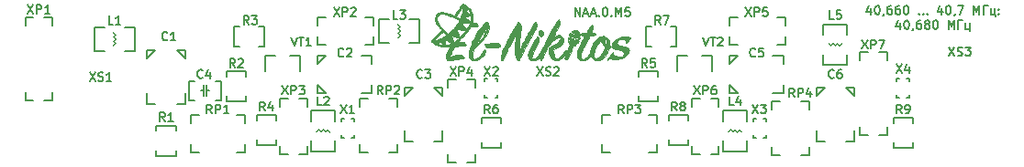
<source format=gbr>
G04 #@! TF.GenerationSoftware,KiCad,Pcbnew,(5.1.4)-1*
G04 #@! TF.CreationDate,2020-05-24T22:22:10+03:00*
G04 #@! TF.ProjectId,naa,6e61612e-6b69-4636-9164-5f7063625858,rev?*
G04 #@! TF.SameCoordinates,Original*
G04 #@! TF.FileFunction,Legend,Top*
G04 #@! TF.FilePolarity,Positive*
%FSLAX46Y46*%
G04 Gerber Fmt 4.6, Leading zero omitted, Abs format (unit mm)*
G04 Created by KiCad (PCBNEW (5.1.4)-1) date 2020-05-24 22:22:10*
%MOMM*%
%LPD*%
G04 APERTURE LIST*
%ADD10C,0.160000*%
%ADD11C,0.010000*%
G04 APERTURE END LIST*
D10*
X165735714Y-64361904D02*
X165735714Y-63561904D01*
X166192857Y-64361904D01*
X166192857Y-63561904D01*
X166535714Y-64133333D02*
X166916666Y-64133333D01*
X166459523Y-64361904D02*
X166726190Y-63561904D01*
X166992857Y-64361904D01*
X167221428Y-64133333D02*
X167602380Y-64133333D01*
X167145238Y-64361904D02*
X167411904Y-63561904D01*
X167678571Y-64361904D01*
X167945238Y-64285714D02*
X167983333Y-64323809D01*
X167945238Y-64361904D01*
X167907142Y-64323809D01*
X167945238Y-64285714D01*
X167945238Y-64361904D01*
X168478571Y-63561904D02*
X168554761Y-63561904D01*
X168630952Y-63600000D01*
X168669047Y-63638095D01*
X168707142Y-63714285D01*
X168745238Y-63866666D01*
X168745238Y-64057142D01*
X168707142Y-64209523D01*
X168669047Y-64285714D01*
X168630952Y-64323809D01*
X168554761Y-64361904D01*
X168478571Y-64361904D01*
X168402380Y-64323809D01*
X168364285Y-64285714D01*
X168326190Y-64209523D01*
X168288095Y-64057142D01*
X168288095Y-63866666D01*
X168326190Y-63714285D01*
X168364285Y-63638095D01*
X168402380Y-63600000D01*
X168478571Y-63561904D01*
X169088095Y-64285714D02*
X169126190Y-64323809D01*
X169088095Y-64361904D01*
X169050000Y-64323809D01*
X169088095Y-64285714D01*
X169088095Y-64361904D01*
X169469047Y-64361904D02*
X169469047Y-63561904D01*
X169735714Y-64133333D01*
X170002380Y-63561904D01*
X170002380Y-64361904D01*
X170764285Y-63561904D02*
X170383333Y-63561904D01*
X170345238Y-63942857D01*
X170383333Y-63904761D01*
X170459523Y-63866666D01*
X170650000Y-63866666D01*
X170726190Y-63904761D01*
X170764285Y-63942857D01*
X170802380Y-64019047D01*
X170802380Y-64209523D01*
X170764285Y-64285714D01*
X170726190Y-64323809D01*
X170650000Y-64361904D01*
X170459523Y-64361904D01*
X170383333Y-64323809D01*
X170345238Y-64285714D01*
X193016666Y-63648571D02*
X193016666Y-64181904D01*
X192826190Y-63343809D02*
X192635714Y-63915238D01*
X193130952Y-63915238D01*
X193588095Y-63381904D02*
X193664285Y-63381904D01*
X193740476Y-63420000D01*
X193778571Y-63458095D01*
X193816666Y-63534285D01*
X193854761Y-63686666D01*
X193854761Y-63877142D01*
X193816666Y-64029523D01*
X193778571Y-64105714D01*
X193740476Y-64143809D01*
X193664285Y-64181904D01*
X193588095Y-64181904D01*
X193511904Y-64143809D01*
X193473809Y-64105714D01*
X193435714Y-64029523D01*
X193397619Y-63877142D01*
X193397619Y-63686666D01*
X193435714Y-63534285D01*
X193473809Y-63458095D01*
X193511904Y-63420000D01*
X193588095Y-63381904D01*
X194235714Y-64143809D02*
X194235714Y-64181904D01*
X194197619Y-64258095D01*
X194159523Y-64296190D01*
X194921428Y-63381904D02*
X194769047Y-63381904D01*
X194692857Y-63420000D01*
X194654761Y-63458095D01*
X194578571Y-63572380D01*
X194540476Y-63724761D01*
X194540476Y-64029523D01*
X194578571Y-64105714D01*
X194616666Y-64143809D01*
X194692857Y-64181904D01*
X194845238Y-64181904D01*
X194921428Y-64143809D01*
X194959523Y-64105714D01*
X194997619Y-64029523D01*
X194997619Y-63839047D01*
X194959523Y-63762857D01*
X194921428Y-63724761D01*
X194845238Y-63686666D01*
X194692857Y-63686666D01*
X194616666Y-63724761D01*
X194578571Y-63762857D01*
X194540476Y-63839047D01*
X195683333Y-63381904D02*
X195530952Y-63381904D01*
X195454761Y-63420000D01*
X195416666Y-63458095D01*
X195340476Y-63572380D01*
X195302380Y-63724761D01*
X195302380Y-64029523D01*
X195340476Y-64105714D01*
X195378571Y-64143809D01*
X195454761Y-64181904D01*
X195607142Y-64181904D01*
X195683333Y-64143809D01*
X195721428Y-64105714D01*
X195759523Y-64029523D01*
X195759523Y-63839047D01*
X195721428Y-63762857D01*
X195683333Y-63724761D01*
X195607142Y-63686666D01*
X195454761Y-63686666D01*
X195378571Y-63724761D01*
X195340476Y-63762857D01*
X195302380Y-63839047D01*
X196254761Y-63381904D02*
X196330952Y-63381904D01*
X196407142Y-63420000D01*
X196445238Y-63458095D01*
X196483333Y-63534285D01*
X196521428Y-63686666D01*
X196521428Y-63877142D01*
X196483333Y-64029523D01*
X196445238Y-64105714D01*
X196407142Y-64143809D01*
X196330952Y-64181904D01*
X196254761Y-64181904D01*
X196178571Y-64143809D01*
X196140476Y-64105714D01*
X196102380Y-64029523D01*
X196064285Y-63877142D01*
X196064285Y-63686666D01*
X196102380Y-63534285D01*
X196140476Y-63458095D01*
X196178571Y-63420000D01*
X196254761Y-63381904D01*
X197473809Y-64105714D02*
X197511904Y-64143809D01*
X197473809Y-64181904D01*
X197435714Y-64143809D01*
X197473809Y-64105714D01*
X197473809Y-64181904D01*
X197854761Y-64105714D02*
X197892857Y-64143809D01*
X197854761Y-64181904D01*
X197816666Y-64143809D01*
X197854761Y-64105714D01*
X197854761Y-64181904D01*
X198235714Y-64105714D02*
X198273809Y-64143809D01*
X198235714Y-64181904D01*
X198197619Y-64143809D01*
X198235714Y-64105714D01*
X198235714Y-64181904D01*
X199569047Y-63648571D02*
X199569047Y-64181904D01*
X199378571Y-63343809D02*
X199188095Y-63915238D01*
X199683333Y-63915238D01*
X200140476Y-63381904D02*
X200216666Y-63381904D01*
X200292857Y-63420000D01*
X200330952Y-63458095D01*
X200369047Y-63534285D01*
X200407142Y-63686666D01*
X200407142Y-63877142D01*
X200369047Y-64029523D01*
X200330952Y-64105714D01*
X200292857Y-64143809D01*
X200216666Y-64181904D01*
X200140476Y-64181904D01*
X200064285Y-64143809D01*
X200026190Y-64105714D01*
X199988095Y-64029523D01*
X199950000Y-63877142D01*
X199950000Y-63686666D01*
X199988095Y-63534285D01*
X200026190Y-63458095D01*
X200064285Y-63420000D01*
X200140476Y-63381904D01*
X200788095Y-64143809D02*
X200788095Y-64181904D01*
X200750000Y-64258095D01*
X200711904Y-64296190D01*
X201054761Y-63381904D02*
X201588095Y-63381904D01*
X201245238Y-64181904D01*
X202502380Y-64181904D02*
X202502380Y-63381904D01*
X202769047Y-63953333D01*
X203035714Y-63381904D01*
X203035714Y-64181904D01*
X203416666Y-64181904D02*
X203416666Y-63381904D01*
X203835714Y-63381904D01*
X204445238Y-63648571D02*
X204445238Y-64181904D01*
X204102380Y-63648571D02*
X204102380Y-64181904D01*
X204521428Y-64181904D01*
X204521428Y-64372380D01*
X204826190Y-64105714D02*
X204864285Y-64143809D01*
X204826190Y-64181904D01*
X204788095Y-64143809D01*
X204826190Y-64105714D01*
X204826190Y-64181904D01*
X204826190Y-63686666D02*
X204864285Y-63724761D01*
X204826190Y-63762857D01*
X204788095Y-63724761D01*
X204826190Y-63686666D01*
X204826190Y-63762857D01*
X195721428Y-65008571D02*
X195721428Y-65541904D01*
X195530952Y-64703809D02*
X195340476Y-65275238D01*
X195835714Y-65275238D01*
X196292857Y-64741904D02*
X196369047Y-64741904D01*
X196445238Y-64780000D01*
X196483333Y-64818095D01*
X196521428Y-64894285D01*
X196559523Y-65046666D01*
X196559523Y-65237142D01*
X196521428Y-65389523D01*
X196483333Y-65465714D01*
X196445238Y-65503809D01*
X196369047Y-65541904D01*
X196292857Y-65541904D01*
X196216666Y-65503809D01*
X196178571Y-65465714D01*
X196140476Y-65389523D01*
X196102380Y-65237142D01*
X196102380Y-65046666D01*
X196140476Y-64894285D01*
X196178571Y-64818095D01*
X196216666Y-64780000D01*
X196292857Y-64741904D01*
X196940476Y-65503809D02*
X196940476Y-65541904D01*
X196902380Y-65618095D01*
X196864285Y-65656190D01*
X197626190Y-64741904D02*
X197473809Y-64741904D01*
X197397619Y-64780000D01*
X197359523Y-64818095D01*
X197283333Y-64932380D01*
X197245238Y-65084761D01*
X197245238Y-65389523D01*
X197283333Y-65465714D01*
X197321428Y-65503809D01*
X197397619Y-65541904D01*
X197550000Y-65541904D01*
X197626190Y-65503809D01*
X197664285Y-65465714D01*
X197702380Y-65389523D01*
X197702380Y-65199047D01*
X197664285Y-65122857D01*
X197626190Y-65084761D01*
X197550000Y-65046666D01*
X197397619Y-65046666D01*
X197321428Y-65084761D01*
X197283333Y-65122857D01*
X197245238Y-65199047D01*
X198159523Y-65084761D02*
X198083333Y-65046666D01*
X198045238Y-65008571D01*
X198007142Y-64932380D01*
X198007142Y-64894285D01*
X198045238Y-64818095D01*
X198083333Y-64780000D01*
X198159523Y-64741904D01*
X198311904Y-64741904D01*
X198388095Y-64780000D01*
X198426190Y-64818095D01*
X198464285Y-64894285D01*
X198464285Y-64932380D01*
X198426190Y-65008571D01*
X198388095Y-65046666D01*
X198311904Y-65084761D01*
X198159523Y-65084761D01*
X198083333Y-65122857D01*
X198045238Y-65160952D01*
X198007142Y-65237142D01*
X198007142Y-65389523D01*
X198045238Y-65465714D01*
X198083333Y-65503809D01*
X198159523Y-65541904D01*
X198311904Y-65541904D01*
X198388095Y-65503809D01*
X198426190Y-65465714D01*
X198464285Y-65389523D01*
X198464285Y-65237142D01*
X198426190Y-65160952D01*
X198388095Y-65122857D01*
X198311904Y-65084761D01*
X198959523Y-64741904D02*
X199035714Y-64741904D01*
X199111904Y-64780000D01*
X199150000Y-64818095D01*
X199188095Y-64894285D01*
X199226190Y-65046666D01*
X199226190Y-65237142D01*
X199188095Y-65389523D01*
X199150000Y-65465714D01*
X199111904Y-65503809D01*
X199035714Y-65541904D01*
X198959523Y-65541904D01*
X198883333Y-65503809D01*
X198845238Y-65465714D01*
X198807142Y-65389523D01*
X198769047Y-65237142D01*
X198769047Y-65046666D01*
X198807142Y-64894285D01*
X198845238Y-64818095D01*
X198883333Y-64780000D01*
X198959523Y-64741904D01*
X200178571Y-65541904D02*
X200178571Y-64741904D01*
X200445238Y-65313333D01*
X200711904Y-64741904D01*
X200711904Y-65541904D01*
X201092857Y-65541904D02*
X201092857Y-64741904D01*
X201511904Y-64741904D01*
X202121428Y-65008571D02*
X202121428Y-65541904D01*
X201778571Y-65008571D02*
X201778571Y-65541904D01*
X202197619Y-65541904D01*
X202197619Y-65732380D01*
D11*
G36*
X165885038Y-65670041D02*
G01*
X166000004Y-65737559D01*
X166089015Y-65853948D01*
X166108207Y-65892003D01*
X166149711Y-65995403D01*
X166172803Y-66082919D01*
X166175441Y-66142883D01*
X166155723Y-66163639D01*
X166121235Y-66151252D01*
X166051547Y-66120484D01*
X165965223Y-66079664D01*
X165851987Y-66027075D01*
X165714886Y-65966851D01*
X165582732Y-65911634D01*
X165577137Y-65909379D01*
X165479504Y-65866536D01*
X165408419Y-65828433D01*
X165375030Y-65801340D01*
X165374441Y-65795395D01*
X165422339Y-65753934D01*
X165505826Y-65710769D01*
X165604893Y-65673962D01*
X165699536Y-65651574D01*
X165739445Y-65648306D01*
X165885038Y-65670041D01*
X165885038Y-65670041D01*
G37*
X165885038Y-65670041D02*
X166000004Y-65737559D01*
X166089015Y-65853948D01*
X166108207Y-65892003D01*
X166149711Y-65995403D01*
X166172803Y-66082919D01*
X166175441Y-66142883D01*
X166155723Y-66163639D01*
X166121235Y-66151252D01*
X166051547Y-66120484D01*
X165965223Y-66079664D01*
X165851987Y-66027075D01*
X165714886Y-65966851D01*
X165582732Y-65911634D01*
X165577137Y-65909379D01*
X165479504Y-65866536D01*
X165408419Y-65828433D01*
X165375030Y-65801340D01*
X165374441Y-65795395D01*
X165422339Y-65753934D01*
X165505826Y-65710769D01*
X165604893Y-65673962D01*
X165699536Y-65651574D01*
X165739445Y-65648306D01*
X165885038Y-65670041D01*
G36*
X162637563Y-65670528D02*
G01*
X162718170Y-65752829D01*
X162765840Y-65862123D01*
X162778286Y-65981318D01*
X162753221Y-66093322D01*
X162703982Y-66166907D01*
X162626187Y-66215034D01*
X162543535Y-66207582D01*
X162454527Y-66144398D01*
X162451460Y-66141357D01*
X162386005Y-66049948D01*
X162354094Y-65949094D01*
X162351937Y-65848386D01*
X162375743Y-65757414D01*
X162421721Y-65685769D01*
X162486081Y-65643040D01*
X162565032Y-65638817D01*
X162637563Y-65670528D01*
X162637563Y-65670528D01*
G37*
X162637563Y-65670528D02*
X162718170Y-65752829D01*
X162765840Y-65862123D01*
X162778286Y-65981318D01*
X162753221Y-66093322D01*
X162703982Y-66166907D01*
X162626187Y-66215034D01*
X162543535Y-66207582D01*
X162454527Y-66144398D01*
X162451460Y-66141357D01*
X162386005Y-66049948D01*
X162354094Y-65949094D01*
X162351937Y-65848386D01*
X162375743Y-65757414D01*
X162421721Y-65685769D01*
X162486081Y-65643040D01*
X162565032Y-65638817D01*
X162637563Y-65670528D01*
G36*
X165298935Y-65921111D02*
G01*
X165373367Y-65950162D01*
X165481842Y-65994297D01*
X165615454Y-66049907D01*
X165732389Y-66099347D01*
X165894489Y-66168871D01*
X166011651Y-66221164D01*
X166091113Y-66260529D01*
X166140112Y-66291272D01*
X166165886Y-66317694D01*
X166175673Y-66344100D01*
X166176889Y-66363660D01*
X166149437Y-66451786D01*
X166068964Y-66527871D01*
X166046358Y-66541528D01*
X166018919Y-66528708D01*
X165989513Y-66466373D01*
X165979182Y-66432902D01*
X165943759Y-66306385D01*
X165852382Y-66362859D01*
X165790204Y-66399322D01*
X165751327Y-66418482D01*
X165747636Y-66419333D01*
X165732169Y-66395071D01*
X165709189Y-66334122D01*
X165699906Y-66304643D01*
X165665544Y-66189954D01*
X165564058Y-66249832D01*
X165485393Y-66284850D01*
X165438343Y-66274491D01*
X165417542Y-66216022D01*
X165415321Y-66174054D01*
X165403136Y-66113552D01*
X165364222Y-66096597D01*
X165293307Y-66122004D01*
X165261834Y-66139572D01*
X165160889Y-66199131D01*
X165160889Y-66138497D01*
X165172105Y-66077733D01*
X165199318Y-66005933D01*
X165232880Y-65943720D01*
X165263140Y-65911717D01*
X165267447Y-65910757D01*
X165298935Y-65921111D01*
X165298935Y-65921111D01*
G37*
X165298935Y-65921111D02*
X165373367Y-65950162D01*
X165481842Y-65994297D01*
X165615454Y-66049907D01*
X165732389Y-66099347D01*
X165894489Y-66168871D01*
X166011651Y-66221164D01*
X166091113Y-66260529D01*
X166140112Y-66291272D01*
X166165886Y-66317694D01*
X166175673Y-66344100D01*
X166176889Y-66363660D01*
X166149437Y-66451786D01*
X166068964Y-66527871D01*
X166046358Y-66541528D01*
X166018919Y-66528708D01*
X165989513Y-66466373D01*
X165979182Y-66432902D01*
X165943759Y-66306385D01*
X165852382Y-66362859D01*
X165790204Y-66399322D01*
X165751327Y-66418482D01*
X165747636Y-66419333D01*
X165732169Y-66395071D01*
X165709189Y-66334122D01*
X165699906Y-66304643D01*
X165665544Y-66189954D01*
X165564058Y-66249832D01*
X165485393Y-66284850D01*
X165438343Y-66274491D01*
X165417542Y-66216022D01*
X165415321Y-66174054D01*
X165403136Y-66113552D01*
X165364222Y-66096597D01*
X165293307Y-66122004D01*
X165261834Y-66139572D01*
X165160889Y-66199131D01*
X165160889Y-66138497D01*
X165172105Y-66077733D01*
X165199318Y-66005933D01*
X165232880Y-65943720D01*
X165263140Y-65911717D01*
X165267447Y-65910757D01*
X165298935Y-65921111D01*
G36*
X165326613Y-66274603D02*
G01*
X165343484Y-66335193D01*
X165346254Y-66349089D01*
X165369329Y-66432024D01*
X165403409Y-66463035D01*
X165457912Y-66446619D01*
X165497050Y-66421118D01*
X165554798Y-66382466D01*
X165590183Y-66363333D01*
X165592494Y-66362889D01*
X165606136Y-66387449D01*
X165621982Y-66447842D01*
X165624508Y-66460676D01*
X165646874Y-66541716D01*
X165681400Y-66572840D01*
X165739818Y-66559026D01*
X165791038Y-66531345D01*
X165889299Y-66473370D01*
X165908575Y-66587462D01*
X165928111Y-66666987D01*
X165958459Y-66697233D01*
X166011233Y-66685358D01*
X166042256Y-66669866D01*
X166101468Y-66638177D01*
X166047198Y-66731101D01*
X166005170Y-66793231D01*
X165970189Y-66828827D01*
X165964964Y-66831204D01*
X165928984Y-66823640D01*
X165853252Y-66797599D01*
X165749648Y-66757415D01*
X165654778Y-66718041D01*
X165460292Y-66634740D01*
X165311927Y-66569950D01*
X165203692Y-66520492D01*
X165129598Y-66483187D01*
X165083655Y-66454854D01*
X165059873Y-66432315D01*
X165052263Y-66412390D01*
X165053260Y-66398754D01*
X165067313Y-66363392D01*
X165076609Y-66362496D01*
X165106585Y-66357575D01*
X165165616Y-66328932D01*
X165192443Y-66313107D01*
X165259062Y-66274132D01*
X165303881Y-66251947D01*
X165311108Y-66250000D01*
X165326613Y-66274603D01*
X165326613Y-66274603D01*
G37*
X165326613Y-66274603D02*
X165343484Y-66335193D01*
X165346254Y-66349089D01*
X165369329Y-66432024D01*
X165403409Y-66463035D01*
X165457912Y-66446619D01*
X165497050Y-66421118D01*
X165554798Y-66382466D01*
X165590183Y-66363333D01*
X165592494Y-66362889D01*
X165606136Y-66387449D01*
X165621982Y-66447842D01*
X165624508Y-66460676D01*
X165646874Y-66541716D01*
X165681400Y-66572840D01*
X165739818Y-66559026D01*
X165791038Y-66531345D01*
X165889299Y-66473370D01*
X165908575Y-66587462D01*
X165928111Y-66666987D01*
X165958459Y-66697233D01*
X166011233Y-66685358D01*
X166042256Y-66669866D01*
X166101468Y-66638177D01*
X166047198Y-66731101D01*
X166005170Y-66793231D01*
X165970189Y-66828827D01*
X165964964Y-66831204D01*
X165928984Y-66823640D01*
X165853252Y-66797599D01*
X165749648Y-66757415D01*
X165654778Y-66718041D01*
X165460292Y-66634740D01*
X165311927Y-66569950D01*
X165203692Y-66520492D01*
X165129598Y-66483187D01*
X165083655Y-66454854D01*
X165059873Y-66432315D01*
X165052263Y-66412390D01*
X165053260Y-66398754D01*
X165067313Y-66363392D01*
X165076609Y-66362496D01*
X165106585Y-66357575D01*
X165165616Y-66328932D01*
X165192443Y-66313107D01*
X165259062Y-66274132D01*
X165303881Y-66251947D01*
X165311108Y-66250000D01*
X165326613Y-66274603D01*
G36*
X158456088Y-66855550D02*
G01*
X158518582Y-66863211D01*
X158567667Y-66875862D01*
X158568305Y-66876077D01*
X158688501Y-66944526D01*
X158770649Y-67052146D01*
X158797526Y-67127807D01*
X158814931Y-67201280D01*
X158453077Y-67219631D01*
X158290986Y-67228134D01*
X158125963Y-67237271D01*
X157978581Y-67245876D01*
X157879556Y-67252101D01*
X157724929Y-67254685D01*
X157605036Y-67240759D01*
X157570089Y-67230832D01*
X157490769Y-67183277D01*
X157416324Y-67108451D01*
X157362119Y-67024927D01*
X157343334Y-66956753D01*
X157349310Y-66940182D01*
X157371927Y-66926703D01*
X157418216Y-66915279D01*
X157495208Y-66904871D01*
X157609934Y-66894439D01*
X157769425Y-66882944D01*
X157900723Y-66874392D01*
X158102502Y-66862303D01*
X158256612Y-66855118D01*
X158371620Y-66852860D01*
X158456088Y-66855550D01*
X158456088Y-66855550D01*
G37*
X158456088Y-66855550D02*
X158518582Y-66863211D01*
X158567667Y-66875862D01*
X158568305Y-66876077D01*
X158688501Y-66944526D01*
X158770649Y-67052146D01*
X158797526Y-67127807D01*
X158814931Y-67201280D01*
X158453077Y-67219631D01*
X158290986Y-67228134D01*
X158125963Y-67237271D01*
X157978581Y-67245876D01*
X157879556Y-67252101D01*
X157724929Y-67254685D01*
X157605036Y-67240759D01*
X157570089Y-67230832D01*
X157490769Y-67183277D01*
X157416324Y-67108451D01*
X157362119Y-67024927D01*
X157343334Y-66956753D01*
X157349310Y-66940182D01*
X157371927Y-66926703D01*
X157418216Y-66915279D01*
X157495208Y-66904871D01*
X157609934Y-66894439D01*
X157769425Y-66882944D01*
X157900723Y-66874392D01*
X158102502Y-66862303D01*
X158256612Y-66855118D01*
X158371620Y-66852860D01*
X158456088Y-66855550D01*
G36*
X165083876Y-66607122D02*
G01*
X165157783Y-66631945D01*
X165266150Y-66673789D01*
X165400599Y-66729302D01*
X165552753Y-66795130D01*
X165706607Y-66864413D01*
X165871325Y-66940044D01*
X165791833Y-67003429D01*
X165714697Y-67052391D01*
X165638215Y-67083077D01*
X165636121Y-67083554D01*
X165570221Y-67107524D01*
X165534378Y-67133758D01*
X165516757Y-67169137D01*
X165482158Y-67248794D01*
X165434036Y-67364391D01*
X165375849Y-67507592D01*
X165311053Y-67670058D01*
X165292319Y-67717555D01*
X165216613Y-67909820D01*
X165158312Y-68056377D01*
X165114052Y-68164005D01*
X165080469Y-68239480D01*
X165054200Y-68289579D01*
X165031880Y-68321081D01*
X165010146Y-68340763D01*
X164985634Y-68355401D01*
X164972245Y-68362442D01*
X164920406Y-68388093D01*
X164887387Y-68388566D01*
X164843487Y-68361488D01*
X164828502Y-68350955D01*
X164775255Y-68281326D01*
X164765778Y-68224662D01*
X164775905Y-68174559D01*
X164804216Y-68081191D01*
X164847608Y-67953567D01*
X164902981Y-67800699D01*
X164967229Y-67631597D01*
X164990284Y-67572666D01*
X165214790Y-67003030D01*
X165162803Y-66929904D01*
X165126728Y-66865856D01*
X165091851Y-66783158D01*
X165064170Y-66699647D01*
X165049680Y-66633157D01*
X165052806Y-66602676D01*
X165083876Y-66607122D01*
X165083876Y-66607122D01*
G37*
X165083876Y-66607122D02*
X165157783Y-66631945D01*
X165266150Y-66673789D01*
X165400599Y-66729302D01*
X165552753Y-66795130D01*
X165706607Y-66864413D01*
X165871325Y-66940044D01*
X165791833Y-67003429D01*
X165714697Y-67052391D01*
X165638215Y-67083077D01*
X165636121Y-67083554D01*
X165570221Y-67107524D01*
X165534378Y-67133758D01*
X165516757Y-67169137D01*
X165482158Y-67248794D01*
X165434036Y-67364391D01*
X165375849Y-67507592D01*
X165311053Y-67670058D01*
X165292319Y-67717555D01*
X165216613Y-67909820D01*
X165158312Y-68056377D01*
X165114052Y-68164005D01*
X165080469Y-68239480D01*
X165054200Y-68289579D01*
X165031880Y-68321081D01*
X165010146Y-68340763D01*
X164985634Y-68355401D01*
X164972245Y-68362442D01*
X164920406Y-68388093D01*
X164887387Y-68388566D01*
X164843487Y-68361488D01*
X164828502Y-68350955D01*
X164775255Y-68281326D01*
X164765778Y-68224662D01*
X164775905Y-68174559D01*
X164804216Y-68081191D01*
X164847608Y-67953567D01*
X164902981Y-67800699D01*
X164967229Y-67631597D01*
X164990284Y-67572666D01*
X165214790Y-67003030D01*
X165162803Y-66929904D01*
X165126728Y-66865856D01*
X165091851Y-66783158D01*
X165064170Y-66699647D01*
X165049680Y-66633157D01*
X165052806Y-66602676D01*
X165083876Y-66607122D01*
G36*
X170554002Y-66279153D02*
G01*
X170728217Y-66315697D01*
X170805454Y-66340814D01*
X170851866Y-66365709D01*
X170865851Y-66397990D01*
X170845811Y-66445262D01*
X170790145Y-66515132D01*
X170697254Y-66615206D01*
X170656183Y-66658220D01*
X170547369Y-66765005D01*
X170469217Y-66825431D01*
X170420776Y-66839901D01*
X170401093Y-66808815D01*
X170403228Y-66764639D01*
X170392009Y-66666878D01*
X170331966Y-66585065D01*
X170229470Y-66523337D01*
X170090891Y-66485829D01*
X169958667Y-66476041D01*
X169813638Y-66497746D01*
X169702731Y-66561047D01*
X169630421Y-66663023D01*
X169617508Y-66698744D01*
X169598953Y-66812349D01*
X169619835Y-66907113D01*
X169683542Y-66985891D01*
X169793460Y-67051540D01*
X169952979Y-67106913D01*
X170156736Y-67153209D01*
X170366121Y-67201572D01*
X170522817Y-67258427D01*
X170630319Y-67326841D01*
X170692123Y-67409882D01*
X170711724Y-67510616D01*
X170694518Y-67625189D01*
X170626272Y-67776339D01*
X170506205Y-67923930D01*
X170338937Y-68063690D01*
X170129088Y-68191348D01*
X170029223Y-68240394D01*
X169850462Y-68316312D01*
X169696725Y-68363656D01*
X169551800Y-68383576D01*
X169399475Y-68377224D01*
X169223536Y-68345750D01*
X169073365Y-68308240D01*
X168872111Y-68254278D01*
X168799501Y-68338695D01*
X168736172Y-68404011D01*
X168699659Y-68420975D01*
X168688667Y-68393282D01*
X168705186Y-68358056D01*
X168749710Y-68290141D01*
X168814691Y-68199278D01*
X168892580Y-68095207D01*
X168975829Y-67987669D01*
X169056889Y-67886405D01*
X169128212Y-67801154D01*
X169182250Y-67741657D01*
X169211454Y-67717655D01*
X169212325Y-67717555D01*
X169233779Y-67740859D01*
X169232748Y-67783134D01*
X169246726Y-67850022D01*
X169305435Y-67921735D01*
X169398230Y-67992171D01*
X169514467Y-68055228D01*
X169643499Y-68104801D01*
X169774683Y-68134790D01*
X169856774Y-68140889D01*
X169986494Y-68119850D01*
X170092236Y-68063352D01*
X170169999Y-67981320D01*
X170215787Y-67883682D01*
X170225598Y-67780364D01*
X170195436Y-67681292D01*
X170121301Y-67596393D01*
X170085667Y-67572693D01*
X170022079Y-67546393D01*
X169919363Y-67515160D01*
X169794008Y-67483695D01*
X169711364Y-67465976D01*
X169504933Y-67418660D01*
X169349206Y-67367913D01*
X169238444Y-67310662D01*
X169166908Y-67243835D01*
X169128860Y-67164359D01*
X169125987Y-67152546D01*
X169124782Y-67020770D01*
X169173061Y-66882809D01*
X169265198Y-66744666D01*
X169395565Y-66612345D01*
X169558533Y-66491847D01*
X169748476Y-66389175D01*
X169896848Y-66330316D01*
X170100737Y-66282716D01*
X170327955Y-66265518D01*
X170554002Y-66279153D01*
X170554002Y-66279153D01*
G37*
X170554002Y-66279153D02*
X170728217Y-66315697D01*
X170805454Y-66340814D01*
X170851866Y-66365709D01*
X170865851Y-66397990D01*
X170845811Y-66445262D01*
X170790145Y-66515132D01*
X170697254Y-66615206D01*
X170656183Y-66658220D01*
X170547369Y-66765005D01*
X170469217Y-66825431D01*
X170420776Y-66839901D01*
X170401093Y-66808815D01*
X170403228Y-66764639D01*
X170392009Y-66666878D01*
X170331966Y-66585065D01*
X170229470Y-66523337D01*
X170090891Y-66485829D01*
X169958667Y-66476041D01*
X169813638Y-66497746D01*
X169702731Y-66561047D01*
X169630421Y-66663023D01*
X169617508Y-66698744D01*
X169598953Y-66812349D01*
X169619835Y-66907113D01*
X169683542Y-66985891D01*
X169793460Y-67051540D01*
X169952979Y-67106913D01*
X170156736Y-67153209D01*
X170366121Y-67201572D01*
X170522817Y-67258427D01*
X170630319Y-67326841D01*
X170692123Y-67409882D01*
X170711724Y-67510616D01*
X170694518Y-67625189D01*
X170626272Y-67776339D01*
X170506205Y-67923930D01*
X170338937Y-68063690D01*
X170129088Y-68191348D01*
X170029223Y-68240394D01*
X169850462Y-68316312D01*
X169696725Y-68363656D01*
X169551800Y-68383576D01*
X169399475Y-68377224D01*
X169223536Y-68345750D01*
X169073365Y-68308240D01*
X168872111Y-68254278D01*
X168799501Y-68338695D01*
X168736172Y-68404011D01*
X168699659Y-68420975D01*
X168688667Y-68393282D01*
X168705186Y-68358056D01*
X168749710Y-68290141D01*
X168814691Y-68199278D01*
X168892580Y-68095207D01*
X168975829Y-67987669D01*
X169056889Y-67886405D01*
X169128212Y-67801154D01*
X169182250Y-67741657D01*
X169211454Y-67717655D01*
X169212325Y-67717555D01*
X169233779Y-67740859D01*
X169232748Y-67783134D01*
X169246726Y-67850022D01*
X169305435Y-67921735D01*
X169398230Y-67992171D01*
X169514467Y-68055228D01*
X169643499Y-68104801D01*
X169774683Y-68134790D01*
X169856774Y-68140889D01*
X169986494Y-68119850D01*
X170092236Y-68063352D01*
X170169999Y-67981320D01*
X170215787Y-67883682D01*
X170225598Y-67780364D01*
X170195436Y-67681292D01*
X170121301Y-67596393D01*
X170085667Y-67572693D01*
X170022079Y-67546393D01*
X169919363Y-67515160D01*
X169794008Y-67483695D01*
X169711364Y-67465976D01*
X169504933Y-67418660D01*
X169349206Y-67367913D01*
X169238444Y-67310662D01*
X169166908Y-67243835D01*
X169128860Y-67164359D01*
X169125987Y-67152546D01*
X169124782Y-67020770D01*
X169173061Y-66882809D01*
X169265198Y-66744666D01*
X169395565Y-66612345D01*
X169558533Y-66491847D01*
X169748476Y-66389175D01*
X169896848Y-66330316D01*
X170100737Y-66282716D01*
X170327955Y-66265518D01*
X170554002Y-66279153D01*
G36*
X167306829Y-65211341D02*
G01*
X167331239Y-65266433D01*
X167356677Y-65369735D01*
X167357135Y-65476261D01*
X167331641Y-65604553D01*
X167309498Y-65680598D01*
X167256773Y-65850003D01*
X167351000Y-65867680D01*
X167431822Y-65896354D01*
X167513726Y-65945945D01*
X167580159Y-66003883D01*
X167614565Y-66057598D01*
X167616223Y-66069064D01*
X167604028Y-66105951D01*
X167595056Y-66110347D01*
X167558643Y-66112346D01*
X167480907Y-66116350D01*
X167376901Y-66121587D01*
X167348125Y-66123019D01*
X167228587Y-66131408D01*
X167151634Y-66144493D01*
X167103416Y-66165832D01*
X167074550Y-66193278D01*
X167040260Y-66244061D01*
X166984936Y-66335738D01*
X166913624Y-66459143D01*
X166831368Y-66605110D01*
X166743213Y-66764474D01*
X166654204Y-66928070D01*
X166569387Y-67086732D01*
X166493806Y-67231295D01*
X166432505Y-67352594D01*
X166405107Y-67409478D01*
X166320467Y-67604752D01*
X166266552Y-67767049D01*
X166240277Y-67908590D01*
X166238556Y-68041594D01*
X166240296Y-68062308D01*
X166257677Y-68164600D01*
X166292140Y-68233771D01*
X166333091Y-68275891D01*
X166417189Y-68323039D01*
X166511909Y-68324191D01*
X166624516Y-68278463D01*
X166699000Y-68231425D01*
X166768037Y-68172550D01*
X166850962Y-68085852D01*
X166937545Y-67984136D01*
X166956226Y-67959870D01*
X167465346Y-67959870D01*
X167472178Y-68088210D01*
X167503704Y-68179496D01*
X167516193Y-68195950D01*
X167596224Y-68244943D01*
X167700925Y-68246524D01*
X167824917Y-68201063D01*
X167876507Y-68171192D01*
X168013863Y-68060839D01*
X168146656Y-67905491D01*
X168277940Y-67701103D01*
X168383525Y-67500408D01*
X168526082Y-67208542D01*
X168399245Y-67089104D01*
X168281957Y-66961221D01*
X168206884Y-66832821D01*
X168166208Y-66701762D01*
X168158591Y-66666440D01*
X168437148Y-66666440D01*
X168439366Y-66764316D01*
X168459740Y-66863431D01*
X168480216Y-66916012D01*
X168521177Y-66988432D01*
X168551607Y-67006374D01*
X168574813Y-66970080D01*
X168586361Y-66923805D01*
X168601145Y-66811859D01*
X168604078Y-66697088D01*
X168596024Y-66596128D01*
X168577850Y-66525616D01*
X168564657Y-66506481D01*
X168516841Y-66489825D01*
X168478145Y-66518238D01*
X168450827Y-66580762D01*
X168437148Y-66666440D01*
X168158591Y-66666440D01*
X168144951Y-66603191D01*
X167986420Y-66776300D01*
X167895183Y-66883124D01*
X167805352Y-67000132D01*
X167735650Y-67102873D01*
X167732914Y-67107388D01*
X167645712Y-67273129D01*
X167573392Y-67451105D01*
X167517916Y-67631459D01*
X167481247Y-67804334D01*
X167465346Y-67959870D01*
X166956226Y-67959870D01*
X167017556Y-67880205D01*
X167080766Y-67786867D01*
X167116944Y-67716924D01*
X167120804Y-67703444D01*
X167211690Y-67341007D01*
X167332148Y-67025038D01*
X167481831Y-66756094D01*
X167660396Y-66534728D01*
X167867499Y-66361498D01*
X168001688Y-66282725D01*
X168169227Y-66215507D01*
X168316864Y-66197452D01*
X168452489Y-66230210D01*
X168583993Y-66315429D01*
X168696266Y-66427869D01*
X168790888Y-66538930D01*
X168853366Y-66624052D01*
X168890316Y-66698326D01*
X168908357Y-66776843D01*
X168914105Y-66874695D01*
X168914445Y-66925478D01*
X168915459Y-67029283D01*
X168921391Y-67088890D01*
X168936572Y-67116543D01*
X168965334Y-67124484D01*
X168985000Y-67124889D01*
X169038066Y-67132627D01*
X169055556Y-67147467D01*
X169032419Y-67192745D01*
X168980629Y-67229059D01*
X168943425Y-67237778D01*
X168907457Y-67264750D01*
X168865140Y-67346239D01*
X168830785Y-67438225D01*
X168733199Y-67670452D01*
X168605408Y-67891649D01*
X168455721Y-68091005D01*
X168292447Y-68257711D01*
X168123896Y-68380957D01*
X168092953Y-68398050D01*
X167922371Y-68457582D01*
X167747441Y-68465449D01*
X167578357Y-68424527D01*
X167425311Y-68337691D01*
X167298498Y-68207816D01*
X167270234Y-68165994D01*
X167184240Y-68027658D01*
X167025028Y-68179520D01*
X166928842Y-68263937D01*
X166828378Y-68340524D01*
X166745046Y-68392989D01*
X166743529Y-68393769D01*
X166598192Y-68447290D01*
X166444617Y-68469486D01*
X166302945Y-68458663D01*
X166234173Y-68436592D01*
X166092634Y-68349749D01*
X165993853Y-68233763D01*
X165935017Y-68083574D01*
X165913317Y-67894121D01*
X165913111Y-67858667D01*
X165917733Y-67760282D01*
X165931910Y-67661165D01*
X165958263Y-67554235D01*
X165999415Y-67432411D01*
X166057990Y-67288610D01*
X166136609Y-67115752D01*
X166237896Y-66906754D01*
X166344420Y-66694119D01*
X166430470Y-66523047D01*
X166492891Y-66395711D01*
X166534120Y-66305782D01*
X166556597Y-66246932D01*
X166562759Y-66212831D01*
X166555046Y-66197152D01*
X166537297Y-66193555D01*
X166467529Y-66180074D01*
X166381324Y-66146246D01*
X166298374Y-66101994D01*
X166238369Y-66057240D01*
X166221653Y-66034490D01*
X166213536Y-65991090D01*
X166234251Y-65962907D01*
X166291536Y-65946974D01*
X166393133Y-65940327D01*
X166469494Y-65939555D01*
X166603421Y-65934946D01*
X166699761Y-65921952D01*
X166746045Y-65904278D01*
X166778221Y-65865943D01*
X166830108Y-65790709D01*
X166893565Y-65690773D01*
X166939130Y-65615000D01*
X167043686Y-65440905D01*
X167126111Y-65313824D01*
X167190021Y-65230543D01*
X167239033Y-65187845D01*
X167276763Y-65182516D01*
X167306829Y-65211341D01*
X167306829Y-65211341D01*
G37*
X167306829Y-65211341D02*
X167331239Y-65266433D01*
X167356677Y-65369735D01*
X167357135Y-65476261D01*
X167331641Y-65604553D01*
X167309498Y-65680598D01*
X167256773Y-65850003D01*
X167351000Y-65867680D01*
X167431822Y-65896354D01*
X167513726Y-65945945D01*
X167580159Y-66003883D01*
X167614565Y-66057598D01*
X167616223Y-66069064D01*
X167604028Y-66105951D01*
X167595056Y-66110347D01*
X167558643Y-66112346D01*
X167480907Y-66116350D01*
X167376901Y-66121587D01*
X167348125Y-66123019D01*
X167228587Y-66131408D01*
X167151634Y-66144493D01*
X167103416Y-66165832D01*
X167074550Y-66193278D01*
X167040260Y-66244061D01*
X166984936Y-66335738D01*
X166913624Y-66459143D01*
X166831368Y-66605110D01*
X166743213Y-66764474D01*
X166654204Y-66928070D01*
X166569387Y-67086732D01*
X166493806Y-67231295D01*
X166432505Y-67352594D01*
X166405107Y-67409478D01*
X166320467Y-67604752D01*
X166266552Y-67767049D01*
X166240277Y-67908590D01*
X166238556Y-68041594D01*
X166240296Y-68062308D01*
X166257677Y-68164600D01*
X166292140Y-68233771D01*
X166333091Y-68275891D01*
X166417189Y-68323039D01*
X166511909Y-68324191D01*
X166624516Y-68278463D01*
X166699000Y-68231425D01*
X166768037Y-68172550D01*
X166850962Y-68085852D01*
X166937545Y-67984136D01*
X166956226Y-67959870D01*
X167465346Y-67959870D01*
X167472178Y-68088210D01*
X167503704Y-68179496D01*
X167516193Y-68195950D01*
X167596224Y-68244943D01*
X167700925Y-68246524D01*
X167824917Y-68201063D01*
X167876507Y-68171192D01*
X168013863Y-68060839D01*
X168146656Y-67905491D01*
X168277940Y-67701103D01*
X168383525Y-67500408D01*
X168526082Y-67208542D01*
X168399245Y-67089104D01*
X168281957Y-66961221D01*
X168206884Y-66832821D01*
X168166208Y-66701762D01*
X168158591Y-66666440D01*
X168437148Y-66666440D01*
X168439366Y-66764316D01*
X168459740Y-66863431D01*
X168480216Y-66916012D01*
X168521177Y-66988432D01*
X168551607Y-67006374D01*
X168574813Y-66970080D01*
X168586361Y-66923805D01*
X168601145Y-66811859D01*
X168604078Y-66697088D01*
X168596024Y-66596128D01*
X168577850Y-66525616D01*
X168564657Y-66506481D01*
X168516841Y-66489825D01*
X168478145Y-66518238D01*
X168450827Y-66580762D01*
X168437148Y-66666440D01*
X168158591Y-66666440D01*
X168144951Y-66603191D01*
X167986420Y-66776300D01*
X167895183Y-66883124D01*
X167805352Y-67000132D01*
X167735650Y-67102873D01*
X167732914Y-67107388D01*
X167645712Y-67273129D01*
X167573392Y-67451105D01*
X167517916Y-67631459D01*
X167481247Y-67804334D01*
X167465346Y-67959870D01*
X166956226Y-67959870D01*
X167017556Y-67880205D01*
X167080766Y-67786867D01*
X167116944Y-67716924D01*
X167120804Y-67703444D01*
X167211690Y-67341007D01*
X167332148Y-67025038D01*
X167481831Y-66756094D01*
X167660396Y-66534728D01*
X167867499Y-66361498D01*
X168001688Y-66282725D01*
X168169227Y-66215507D01*
X168316864Y-66197452D01*
X168452489Y-66230210D01*
X168583993Y-66315429D01*
X168696266Y-66427869D01*
X168790888Y-66538930D01*
X168853366Y-66624052D01*
X168890316Y-66698326D01*
X168908357Y-66776843D01*
X168914105Y-66874695D01*
X168914445Y-66925478D01*
X168915459Y-67029283D01*
X168921391Y-67088890D01*
X168936572Y-67116543D01*
X168965334Y-67124484D01*
X168985000Y-67124889D01*
X169038066Y-67132627D01*
X169055556Y-67147467D01*
X169032419Y-67192745D01*
X168980629Y-67229059D01*
X168943425Y-67237778D01*
X168907457Y-67264750D01*
X168865140Y-67346239D01*
X168830785Y-67438225D01*
X168733199Y-67670452D01*
X168605408Y-67891649D01*
X168455721Y-68091005D01*
X168292447Y-68257711D01*
X168123896Y-68380957D01*
X168092953Y-68398050D01*
X167922371Y-68457582D01*
X167747441Y-68465449D01*
X167578357Y-68424527D01*
X167425311Y-68337691D01*
X167298498Y-68207816D01*
X167270234Y-68165994D01*
X167184240Y-68027658D01*
X167025028Y-68179520D01*
X166928842Y-68263937D01*
X166828378Y-68340524D01*
X166745046Y-68392989D01*
X166743529Y-68393769D01*
X166598192Y-68447290D01*
X166444617Y-68469486D01*
X166302945Y-68458663D01*
X166234173Y-68436592D01*
X166092634Y-68349749D01*
X165993853Y-68233763D01*
X165935017Y-68083574D01*
X165913317Y-67894121D01*
X165913111Y-67858667D01*
X165917733Y-67760282D01*
X165931910Y-67661165D01*
X165958263Y-67554235D01*
X165999415Y-67432411D01*
X166057990Y-67288610D01*
X166136609Y-67115752D01*
X166237896Y-66906754D01*
X166344420Y-66694119D01*
X166430470Y-66523047D01*
X166492891Y-66395711D01*
X166534120Y-66305782D01*
X166556597Y-66246932D01*
X166562759Y-66212831D01*
X166555046Y-66197152D01*
X166537297Y-66193555D01*
X166467529Y-66180074D01*
X166381324Y-66146246D01*
X166298374Y-66101994D01*
X166238369Y-66057240D01*
X166221653Y-66034490D01*
X166213536Y-65991090D01*
X166234251Y-65962907D01*
X166291536Y-65946974D01*
X166393133Y-65940327D01*
X166469494Y-65939555D01*
X166603421Y-65934946D01*
X166699761Y-65921952D01*
X166746045Y-65904278D01*
X166778221Y-65865943D01*
X166830108Y-65790709D01*
X166893565Y-65690773D01*
X166939130Y-65615000D01*
X167043686Y-65440905D01*
X167126111Y-65313824D01*
X167190021Y-65230543D01*
X167239033Y-65187845D01*
X167276763Y-65182516D01*
X167306829Y-65211341D01*
G36*
X164262142Y-64694457D02*
G01*
X164272902Y-64708501D01*
X164318392Y-64802102D01*
X164331323Y-64917489D01*
X164310693Y-65058590D01*
X164255497Y-65229330D01*
X164164732Y-65433637D01*
X164037393Y-65675437D01*
X164015870Y-65713778D01*
X163932890Y-65860595D01*
X163851914Y-66003863D01*
X163780605Y-66130028D01*
X163726624Y-66225534D01*
X163712795Y-66250000D01*
X163666526Y-66333083D01*
X163647029Y-66374751D01*
X163652999Y-66382553D01*
X163683132Y-66364040D01*
X163694474Y-66356052D01*
X163885054Y-66232488D01*
X164053914Y-66146270D01*
X164196411Y-66099343D01*
X164307899Y-66093650D01*
X164317261Y-66095445D01*
X164405382Y-66140398D01*
X164489633Y-66227174D01*
X164562270Y-66341283D01*
X164615548Y-66468235D01*
X164641725Y-66593542D01*
X164635990Y-66691795D01*
X164569849Y-66859350D01*
X164453910Y-67015476D01*
X164286356Y-67161913D01*
X164065371Y-67300402D01*
X163928085Y-67370164D01*
X163668948Y-67493551D01*
X163683341Y-67598498D01*
X163721590Y-67792424D01*
X163777959Y-67963831D01*
X163848308Y-68105438D01*
X163928498Y-68209964D01*
X164014387Y-68270128D01*
X164072012Y-68282000D01*
X164184905Y-68255654D01*
X164307204Y-68180052D01*
X164433298Y-68060347D01*
X164557576Y-67901695D01*
X164652889Y-67748472D01*
X164729250Y-67616610D01*
X164785435Y-67530303D01*
X164825987Y-67484365D01*
X164855448Y-67473606D01*
X164877661Y-67491778D01*
X164901102Y-67574040D01*
X164887568Y-67683759D01*
X164842386Y-67811020D01*
X164770884Y-67945912D01*
X164678392Y-68078521D01*
X164570235Y-68198936D01*
X164451744Y-68297243D01*
X164440718Y-68304692D01*
X164251792Y-68402027D01*
X164066099Y-68445617D01*
X163888678Y-68438133D01*
X163724569Y-68382247D01*
X163578809Y-68280627D01*
X163456437Y-68135946D01*
X163362493Y-67950874D01*
X163302016Y-67728083D01*
X163297191Y-67698577D01*
X163276312Y-67526393D01*
X163274549Y-67400755D01*
X163292779Y-67314791D01*
X163331877Y-67261631D01*
X163354667Y-67247465D01*
X163410944Y-67220307D01*
X163502551Y-67176410D01*
X163613838Y-67123265D01*
X163670345Y-67096341D01*
X163838552Y-67003358D01*
X164002320Y-66889656D01*
X164149475Y-66765480D01*
X164267844Y-66641073D01*
X164343763Y-66529638D01*
X164386701Y-66431201D01*
X164394427Y-66365766D01*
X164366905Y-66322192D01*
X164343024Y-66306754D01*
X164257474Y-66290978D01*
X164144874Y-66314680D01*
X164013039Y-66372949D01*
X163869782Y-66460873D01*
X163722917Y-66573540D01*
X163580260Y-66706039D01*
X163449625Y-66853459D01*
X163426997Y-66882501D01*
X163299989Y-67067690D01*
X163164311Y-67299650D01*
X163024306Y-67570230D01*
X162884316Y-67871277D01*
X162816808Y-68028000D01*
X162759113Y-68161657D01*
X162705669Y-68278703D01*
X162661760Y-68368019D01*
X162632675Y-68418487D01*
X162628943Y-68423111D01*
X162594590Y-68449179D01*
X162564481Y-68430934D01*
X162548968Y-68411152D01*
X162515131Y-68344601D01*
X162491081Y-68262843D01*
X162473443Y-68168826D01*
X162372211Y-68257709D01*
X162228732Y-68356890D01*
X162063531Y-68428094D01*
X161892720Y-68466982D01*
X161732410Y-68469215D01*
X161650589Y-68452006D01*
X161527705Y-68386016D01*
X161442551Y-68280749D01*
X161395882Y-68139569D01*
X161388451Y-67965844D01*
X161421011Y-67762940D01*
X161463859Y-67617344D01*
X161514596Y-67485387D01*
X161582958Y-67331552D01*
X161664561Y-67163530D01*
X161755021Y-66989016D01*
X161849954Y-66815702D01*
X161944976Y-66651282D01*
X162035702Y-66503449D01*
X162117750Y-66379895D01*
X162186734Y-66288314D01*
X162238270Y-66236400D01*
X162255728Y-66227790D01*
X162304441Y-66244621D01*
X162343671Y-66307599D01*
X162369481Y-66406699D01*
X162377929Y-66531895D01*
X162377828Y-66538460D01*
X162376602Y-66588032D01*
X162373192Y-66632089D01*
X162364887Y-66676934D01*
X162348978Y-66728873D01*
X162322756Y-66794211D01*
X162283511Y-66879252D01*
X162228535Y-66990300D01*
X162155117Y-67133661D01*
X162060547Y-67315640D01*
X161965893Y-67496998D01*
X161851064Y-67732140D01*
X161773852Y-67926068D01*
X161734182Y-68079584D01*
X161731978Y-68193490D01*
X161767165Y-68268588D01*
X161839667Y-68305678D01*
X161889448Y-68310222D01*
X162006519Y-68283609D01*
X162133050Y-68206813D01*
X162264754Y-68084393D01*
X162397349Y-67920913D01*
X162526550Y-67720933D01*
X162635000Y-67516391D01*
X162844206Y-67087634D01*
X163044637Y-66685078D01*
X163234820Y-66311395D01*
X163413284Y-65969257D01*
X163578559Y-65661334D01*
X163729174Y-65390299D01*
X163863656Y-65158822D01*
X163980535Y-64969576D01*
X164078339Y-64825231D01*
X164155598Y-64728460D01*
X164187309Y-64697706D01*
X164229408Y-64673104D01*
X164262142Y-64694457D01*
X164262142Y-64694457D01*
G37*
X164262142Y-64694457D02*
X164272902Y-64708501D01*
X164318392Y-64802102D01*
X164331323Y-64917489D01*
X164310693Y-65058590D01*
X164255497Y-65229330D01*
X164164732Y-65433637D01*
X164037393Y-65675437D01*
X164015870Y-65713778D01*
X163932890Y-65860595D01*
X163851914Y-66003863D01*
X163780605Y-66130028D01*
X163726624Y-66225534D01*
X163712795Y-66250000D01*
X163666526Y-66333083D01*
X163647029Y-66374751D01*
X163652999Y-66382553D01*
X163683132Y-66364040D01*
X163694474Y-66356052D01*
X163885054Y-66232488D01*
X164053914Y-66146270D01*
X164196411Y-66099343D01*
X164307899Y-66093650D01*
X164317261Y-66095445D01*
X164405382Y-66140398D01*
X164489633Y-66227174D01*
X164562270Y-66341283D01*
X164615548Y-66468235D01*
X164641725Y-66593542D01*
X164635990Y-66691795D01*
X164569849Y-66859350D01*
X164453910Y-67015476D01*
X164286356Y-67161913D01*
X164065371Y-67300402D01*
X163928085Y-67370164D01*
X163668948Y-67493551D01*
X163683341Y-67598498D01*
X163721590Y-67792424D01*
X163777959Y-67963831D01*
X163848308Y-68105438D01*
X163928498Y-68209964D01*
X164014387Y-68270128D01*
X164072012Y-68282000D01*
X164184905Y-68255654D01*
X164307204Y-68180052D01*
X164433298Y-68060347D01*
X164557576Y-67901695D01*
X164652889Y-67748472D01*
X164729250Y-67616610D01*
X164785435Y-67530303D01*
X164825987Y-67484365D01*
X164855448Y-67473606D01*
X164877661Y-67491778D01*
X164901102Y-67574040D01*
X164887568Y-67683759D01*
X164842386Y-67811020D01*
X164770884Y-67945912D01*
X164678392Y-68078521D01*
X164570235Y-68198936D01*
X164451744Y-68297243D01*
X164440718Y-68304692D01*
X164251792Y-68402027D01*
X164066099Y-68445617D01*
X163888678Y-68438133D01*
X163724569Y-68382247D01*
X163578809Y-68280627D01*
X163456437Y-68135946D01*
X163362493Y-67950874D01*
X163302016Y-67728083D01*
X163297191Y-67698577D01*
X163276312Y-67526393D01*
X163274549Y-67400755D01*
X163292779Y-67314791D01*
X163331877Y-67261631D01*
X163354667Y-67247465D01*
X163410944Y-67220307D01*
X163502551Y-67176410D01*
X163613838Y-67123265D01*
X163670345Y-67096341D01*
X163838552Y-67003358D01*
X164002320Y-66889656D01*
X164149475Y-66765480D01*
X164267844Y-66641073D01*
X164343763Y-66529638D01*
X164386701Y-66431201D01*
X164394427Y-66365766D01*
X164366905Y-66322192D01*
X164343024Y-66306754D01*
X164257474Y-66290978D01*
X164144874Y-66314680D01*
X164013039Y-66372949D01*
X163869782Y-66460873D01*
X163722917Y-66573540D01*
X163580260Y-66706039D01*
X163449625Y-66853459D01*
X163426997Y-66882501D01*
X163299989Y-67067690D01*
X163164311Y-67299650D01*
X163024306Y-67570230D01*
X162884316Y-67871277D01*
X162816808Y-68028000D01*
X162759113Y-68161657D01*
X162705669Y-68278703D01*
X162661760Y-68368019D01*
X162632675Y-68418487D01*
X162628943Y-68423111D01*
X162594590Y-68449179D01*
X162564481Y-68430934D01*
X162548968Y-68411152D01*
X162515131Y-68344601D01*
X162491081Y-68262843D01*
X162473443Y-68168826D01*
X162372211Y-68257709D01*
X162228732Y-68356890D01*
X162063531Y-68428094D01*
X161892720Y-68466982D01*
X161732410Y-68469215D01*
X161650589Y-68452006D01*
X161527705Y-68386016D01*
X161442551Y-68280749D01*
X161395882Y-68139569D01*
X161388451Y-67965844D01*
X161421011Y-67762940D01*
X161463859Y-67617344D01*
X161514596Y-67485387D01*
X161582958Y-67331552D01*
X161664561Y-67163530D01*
X161755021Y-66989016D01*
X161849954Y-66815702D01*
X161944976Y-66651282D01*
X162035702Y-66503449D01*
X162117750Y-66379895D01*
X162186734Y-66288314D01*
X162238270Y-66236400D01*
X162255728Y-66227790D01*
X162304441Y-66244621D01*
X162343671Y-66307599D01*
X162369481Y-66406699D01*
X162377929Y-66531895D01*
X162377828Y-66538460D01*
X162376602Y-66588032D01*
X162373192Y-66632089D01*
X162364887Y-66676934D01*
X162348978Y-66728873D01*
X162322756Y-66794211D01*
X162283511Y-66879252D01*
X162228535Y-66990300D01*
X162155117Y-67133661D01*
X162060547Y-67315640D01*
X161965893Y-67496998D01*
X161851064Y-67732140D01*
X161773852Y-67926068D01*
X161734182Y-68079584D01*
X161731978Y-68193490D01*
X161767165Y-68268588D01*
X161839667Y-68305678D01*
X161889448Y-68310222D01*
X162006519Y-68283609D01*
X162133050Y-68206813D01*
X162264754Y-68084393D01*
X162397349Y-67920913D01*
X162526550Y-67720933D01*
X162635000Y-67516391D01*
X162844206Y-67087634D01*
X163044637Y-66685078D01*
X163234820Y-66311395D01*
X163413284Y-65969257D01*
X163578559Y-65661334D01*
X163729174Y-65390299D01*
X163863656Y-65158822D01*
X163980535Y-64969576D01*
X164078339Y-64825231D01*
X164155598Y-64728460D01*
X164187309Y-64697706D01*
X164229408Y-64673104D01*
X164262142Y-64694457D01*
G36*
X162089815Y-64916606D02*
G01*
X162130146Y-64966729D01*
X162157141Y-65026147D01*
X162167046Y-65105454D01*
X162162399Y-65219112D01*
X162157172Y-65273449D01*
X162148967Y-65324564D01*
X162135058Y-65378207D01*
X162112724Y-65440129D01*
X162079239Y-65516080D01*
X162031880Y-65611811D01*
X161967924Y-65733071D01*
X161884647Y-65885613D01*
X161779325Y-66075184D01*
X161649234Y-66307538D01*
X161634018Y-66334667D01*
X161563558Y-66463468D01*
X161473585Y-66632900D01*
X161369315Y-66832858D01*
X161255965Y-67053234D01*
X161138754Y-67283922D01*
X161022899Y-67514816D01*
X160975514Y-67610201D01*
X160873540Y-67814237D01*
X160778254Y-68001249D01*
X160692768Y-68165409D01*
X160620193Y-68300888D01*
X160563641Y-68401859D01*
X160526223Y-68462490D01*
X160512260Y-68478035D01*
X160472044Y-68461570D01*
X160409701Y-68418152D01*
X160378122Y-68391893D01*
X160307056Y-68310474D01*
X160253623Y-68202428D01*
X160215108Y-68059268D01*
X160188795Y-67872508D01*
X160180358Y-67774000D01*
X160176136Y-67654445D01*
X160176755Y-67490904D01*
X160181644Y-67295572D01*
X160190227Y-67080647D01*
X160201931Y-66858325D01*
X160216183Y-66640804D01*
X160232408Y-66440279D01*
X160250032Y-66268949D01*
X160251888Y-66253578D01*
X160263874Y-66144759D01*
X160270677Y-66059554D01*
X160271303Y-66011663D01*
X160269827Y-66006197D01*
X160252576Y-66025258D01*
X160213048Y-66087815D01*
X160154863Y-66187213D01*
X160081641Y-66316794D01*
X159997000Y-66469902D01*
X159904560Y-66639880D01*
X159807940Y-66820072D01*
X159710760Y-67003820D01*
X159616639Y-67184469D01*
X159529197Y-67355360D01*
X159452052Y-67509838D01*
X159449942Y-67514133D01*
X159367529Y-67685344D01*
X159287637Y-67857307D01*
X159216250Y-68016707D01*
X159159348Y-68150231D01*
X159127143Y-68232594D01*
X159086328Y-68337662D01*
X159048895Y-68420146D01*
X159020933Y-68467123D01*
X159013861Y-68473046D01*
X158978673Y-68459342D01*
X158938781Y-68414322D01*
X158898353Y-68333388D01*
X158877238Y-68239363D01*
X158876670Y-68127974D01*
X158897881Y-67994947D01*
X158942103Y-67836009D01*
X159010568Y-67646886D01*
X159104509Y-67423305D01*
X159225158Y-67160993D01*
X159373748Y-66855676D01*
X159408217Y-66786496D01*
X159525628Y-66554679D01*
X159648185Y-66318189D01*
X159772730Y-66082667D01*
X159896108Y-65853752D01*
X160015162Y-65637085D01*
X160126734Y-65438306D01*
X160227669Y-65263055D01*
X160314810Y-65116973D01*
X160384999Y-65005699D01*
X160435081Y-64934874D01*
X160457461Y-64911747D01*
X160493013Y-64900964D01*
X160533774Y-64918983D01*
X160592429Y-64972669D01*
X160616257Y-64997655D01*
X160674234Y-65067248D01*
X160714657Y-65139231D01*
X160738605Y-65223031D01*
X160747161Y-65328076D01*
X160741404Y-65463793D01*
X160722417Y-65639608D01*
X160704849Y-65770222D01*
X160687787Y-65902432D01*
X160669322Y-66064083D01*
X160650102Y-66247468D01*
X160630774Y-66444881D01*
X160611985Y-66648616D01*
X160594385Y-66850965D01*
X160578620Y-67044223D01*
X160565338Y-67220683D01*
X160555188Y-67372638D01*
X160548816Y-67492383D01*
X160546870Y-67572210D01*
X160549999Y-67604413D01*
X160550655Y-67604718D01*
X160563789Y-67580570D01*
X160598466Y-67512792D01*
X160651186Y-67408340D01*
X160718447Y-67274167D01*
X160796749Y-67117228D01*
X160852582Y-67004944D01*
X160963525Y-66785170D01*
X161082680Y-66555577D01*
X161206991Y-66321514D01*
X161333405Y-66088329D01*
X161458866Y-65861372D01*
X161580318Y-65645991D01*
X161694707Y-65447536D01*
X161798979Y-65271354D01*
X161890077Y-65122795D01*
X161964946Y-65007207D01*
X162020533Y-64929940D01*
X162053781Y-64896342D01*
X162057503Y-64895333D01*
X162089815Y-64916606D01*
X162089815Y-64916606D01*
G37*
X162089815Y-64916606D02*
X162130146Y-64966729D01*
X162157141Y-65026147D01*
X162167046Y-65105454D01*
X162162399Y-65219112D01*
X162157172Y-65273449D01*
X162148967Y-65324564D01*
X162135058Y-65378207D01*
X162112724Y-65440129D01*
X162079239Y-65516080D01*
X162031880Y-65611811D01*
X161967924Y-65733071D01*
X161884647Y-65885613D01*
X161779325Y-66075184D01*
X161649234Y-66307538D01*
X161634018Y-66334667D01*
X161563558Y-66463468D01*
X161473585Y-66632900D01*
X161369315Y-66832858D01*
X161255965Y-67053234D01*
X161138754Y-67283922D01*
X161022899Y-67514816D01*
X160975514Y-67610201D01*
X160873540Y-67814237D01*
X160778254Y-68001249D01*
X160692768Y-68165409D01*
X160620193Y-68300888D01*
X160563641Y-68401859D01*
X160526223Y-68462490D01*
X160512260Y-68478035D01*
X160472044Y-68461570D01*
X160409701Y-68418152D01*
X160378122Y-68391893D01*
X160307056Y-68310474D01*
X160253623Y-68202428D01*
X160215108Y-68059268D01*
X160188795Y-67872508D01*
X160180358Y-67774000D01*
X160176136Y-67654445D01*
X160176755Y-67490904D01*
X160181644Y-67295572D01*
X160190227Y-67080647D01*
X160201931Y-66858325D01*
X160216183Y-66640804D01*
X160232408Y-66440279D01*
X160250032Y-66268949D01*
X160251888Y-66253578D01*
X160263874Y-66144759D01*
X160270677Y-66059554D01*
X160271303Y-66011663D01*
X160269827Y-66006197D01*
X160252576Y-66025258D01*
X160213048Y-66087815D01*
X160154863Y-66187213D01*
X160081641Y-66316794D01*
X159997000Y-66469902D01*
X159904560Y-66639880D01*
X159807940Y-66820072D01*
X159710760Y-67003820D01*
X159616639Y-67184469D01*
X159529197Y-67355360D01*
X159452052Y-67509838D01*
X159449942Y-67514133D01*
X159367529Y-67685344D01*
X159287637Y-67857307D01*
X159216250Y-68016707D01*
X159159348Y-68150231D01*
X159127143Y-68232594D01*
X159086328Y-68337662D01*
X159048895Y-68420146D01*
X159020933Y-68467123D01*
X159013861Y-68473046D01*
X158978673Y-68459342D01*
X158938781Y-68414322D01*
X158898353Y-68333388D01*
X158877238Y-68239363D01*
X158876670Y-68127974D01*
X158897881Y-67994947D01*
X158942103Y-67836009D01*
X159010568Y-67646886D01*
X159104509Y-67423305D01*
X159225158Y-67160993D01*
X159373748Y-66855676D01*
X159408217Y-66786496D01*
X159525628Y-66554679D01*
X159648185Y-66318189D01*
X159772730Y-66082667D01*
X159896108Y-65853752D01*
X160015162Y-65637085D01*
X160126734Y-65438306D01*
X160227669Y-65263055D01*
X160314810Y-65116973D01*
X160384999Y-65005699D01*
X160435081Y-64934874D01*
X160457461Y-64911747D01*
X160493013Y-64900964D01*
X160533774Y-64918983D01*
X160592429Y-64972669D01*
X160616257Y-64997655D01*
X160674234Y-65067248D01*
X160714657Y-65139231D01*
X160738605Y-65223031D01*
X160747161Y-65328076D01*
X160741404Y-65463793D01*
X160722417Y-65639608D01*
X160704849Y-65770222D01*
X160687787Y-65902432D01*
X160669322Y-66064083D01*
X160650102Y-66247468D01*
X160630774Y-66444881D01*
X160611985Y-66648616D01*
X160594385Y-66850965D01*
X160578620Y-67044223D01*
X160565338Y-67220683D01*
X160555188Y-67372638D01*
X160548816Y-67492383D01*
X160546870Y-67572210D01*
X160549999Y-67604413D01*
X160550655Y-67604718D01*
X160563789Y-67580570D01*
X160598466Y-67512792D01*
X160651186Y-67408340D01*
X160718447Y-67274167D01*
X160796749Y-67117228D01*
X160852582Y-67004944D01*
X160963525Y-66785170D01*
X161082680Y-66555577D01*
X161206991Y-66321514D01*
X161333405Y-66088329D01*
X161458866Y-65861372D01*
X161580318Y-65645991D01*
X161694707Y-65447536D01*
X161798979Y-65271354D01*
X161890077Y-65122795D01*
X161964946Y-65007207D01*
X162020533Y-64929940D01*
X162053781Y-64896342D01*
X162057503Y-64895333D01*
X162089815Y-64916606D01*
G36*
X157591201Y-64923087D02*
G01*
X157612653Y-64935863D01*
X157683974Y-65008476D01*
X157744614Y-65115910D01*
X157784347Y-65236542D01*
X157794269Y-65319793D01*
X157775186Y-65494789D01*
X157718540Y-65698261D01*
X157628165Y-65920314D01*
X157507898Y-66151054D01*
X157411597Y-66306963D01*
X157305615Y-66452080D01*
X157169671Y-66615114D01*
X157016664Y-66782398D01*
X156859494Y-66940264D01*
X156711063Y-67075043D01*
X156613467Y-67152585D01*
X156526336Y-67219032D01*
X156469374Y-67275475D01*
X156429392Y-67340479D01*
X156393202Y-67432610D01*
X156374091Y-67489529D01*
X156304609Y-67730606D01*
X156266902Y-67932906D01*
X156260292Y-68094929D01*
X156284098Y-68215174D01*
X156337644Y-68292139D01*
X156420250Y-68324324D01*
X156531236Y-68310227D01*
X156669926Y-68248348D01*
X156707211Y-68226249D01*
X156803654Y-68152008D01*
X156916185Y-68042616D01*
X157032553Y-67911738D01*
X157140508Y-67773040D01*
X157218565Y-67655796D01*
X157296308Y-67534336D01*
X157353797Y-67464018D01*
X157393279Y-67444215D01*
X157416998Y-67474300D01*
X157427200Y-67553649D01*
X157428000Y-67597422D01*
X157409560Y-67737980D01*
X157351168Y-67875017D01*
X157248221Y-68016956D01*
X157132570Y-68137894D01*
X156951793Y-68285468D01*
X156762507Y-68392473D01*
X156572873Y-68456018D01*
X156391051Y-68473211D01*
X156251564Y-68450098D01*
X156118612Y-68381986D01*
X156021172Y-68271879D01*
X155960057Y-68122303D01*
X155936080Y-67935783D01*
X155950055Y-67714845D01*
X155972982Y-67585345D01*
X156078412Y-67192297D01*
X156155998Y-66982441D01*
X156581334Y-66982441D01*
X156598253Y-66986852D01*
X156644383Y-66954914D01*
X156712780Y-66893625D01*
X156796501Y-66809982D01*
X156888605Y-66710985D01*
X156982147Y-66603629D01*
X157070186Y-66494914D01*
X157087726Y-66472037D01*
X157249137Y-66240363D01*
X157388431Y-66003057D01*
X157496766Y-65775958D01*
X157539344Y-65662959D01*
X157574174Y-65542276D01*
X157581894Y-65470358D01*
X157563211Y-65446857D01*
X157518836Y-65471427D01*
X157449477Y-65543721D01*
X157355843Y-65663390D01*
X157258976Y-65800233D01*
X157188913Y-65906517D01*
X157106718Y-66037591D01*
X157017137Y-66185177D01*
X156924917Y-66340992D01*
X156834804Y-66496758D01*
X156751543Y-66644195D01*
X156679882Y-66775022D01*
X156624565Y-66880959D01*
X156590339Y-66953727D01*
X156581334Y-66982441D01*
X156155998Y-66982441D01*
X156229157Y-66784560D01*
X156419917Y-66372432D01*
X156645392Y-65966207D01*
X156900285Y-65576182D01*
X157179294Y-65212653D01*
X157217579Y-65167269D01*
X157327092Y-65043724D01*
X157411678Y-64961946D01*
X157478870Y-64917521D01*
X157536200Y-64906039D01*
X157591201Y-64923087D01*
X157591201Y-64923087D01*
G37*
X157591201Y-64923087D02*
X157612653Y-64935863D01*
X157683974Y-65008476D01*
X157744614Y-65115910D01*
X157784347Y-65236542D01*
X157794269Y-65319793D01*
X157775186Y-65494789D01*
X157718540Y-65698261D01*
X157628165Y-65920314D01*
X157507898Y-66151054D01*
X157411597Y-66306963D01*
X157305615Y-66452080D01*
X157169671Y-66615114D01*
X157016664Y-66782398D01*
X156859494Y-66940264D01*
X156711063Y-67075043D01*
X156613467Y-67152585D01*
X156526336Y-67219032D01*
X156469374Y-67275475D01*
X156429392Y-67340479D01*
X156393202Y-67432610D01*
X156374091Y-67489529D01*
X156304609Y-67730606D01*
X156266902Y-67932906D01*
X156260292Y-68094929D01*
X156284098Y-68215174D01*
X156337644Y-68292139D01*
X156420250Y-68324324D01*
X156531236Y-68310227D01*
X156669926Y-68248348D01*
X156707211Y-68226249D01*
X156803654Y-68152008D01*
X156916185Y-68042616D01*
X157032553Y-67911738D01*
X157140508Y-67773040D01*
X157218565Y-67655796D01*
X157296308Y-67534336D01*
X157353797Y-67464018D01*
X157393279Y-67444215D01*
X157416998Y-67474300D01*
X157427200Y-67553649D01*
X157428000Y-67597422D01*
X157409560Y-67737980D01*
X157351168Y-67875017D01*
X157248221Y-68016956D01*
X157132570Y-68137894D01*
X156951793Y-68285468D01*
X156762507Y-68392473D01*
X156572873Y-68456018D01*
X156391051Y-68473211D01*
X156251564Y-68450098D01*
X156118612Y-68381986D01*
X156021172Y-68271879D01*
X155960057Y-68122303D01*
X155936080Y-67935783D01*
X155950055Y-67714845D01*
X155972982Y-67585345D01*
X156078412Y-67192297D01*
X156155998Y-66982441D01*
X156581334Y-66982441D01*
X156598253Y-66986852D01*
X156644383Y-66954914D01*
X156712780Y-66893625D01*
X156796501Y-66809982D01*
X156888605Y-66710985D01*
X156982147Y-66603629D01*
X157070186Y-66494914D01*
X157087726Y-66472037D01*
X157249137Y-66240363D01*
X157388431Y-66003057D01*
X157496766Y-65775958D01*
X157539344Y-65662959D01*
X157574174Y-65542276D01*
X157581894Y-65470358D01*
X157563211Y-65446857D01*
X157518836Y-65471427D01*
X157449477Y-65543721D01*
X157355843Y-65663390D01*
X157258976Y-65800233D01*
X157188913Y-65906517D01*
X157106718Y-66037591D01*
X157017137Y-66185177D01*
X156924917Y-66340992D01*
X156834804Y-66496758D01*
X156751543Y-66644195D01*
X156679882Y-66775022D01*
X156624565Y-66880959D01*
X156590339Y-66953727D01*
X156581334Y-66982441D01*
X156155998Y-66982441D01*
X156229157Y-66784560D01*
X156419917Y-66372432D01*
X156645392Y-65966207D01*
X156900285Y-65576182D01*
X157179294Y-65212653D01*
X157217579Y-65167269D01*
X157327092Y-65043724D01*
X157411678Y-64961946D01*
X157478870Y-64917521D01*
X157536200Y-64906039D01*
X157591201Y-64923087D01*
G36*
X155463413Y-63229645D02*
G01*
X155504290Y-63255814D01*
X155586260Y-63316206D01*
X155662993Y-63365324D01*
X155757377Y-63431628D01*
X155865599Y-63525248D01*
X155973034Y-63631610D01*
X156065056Y-63736139D01*
X156127039Y-63824262D01*
X156131120Y-63831800D01*
X156213094Y-64002539D01*
X156264060Y-64146902D01*
X156288374Y-64282506D01*
X156290393Y-64426968D01*
X156287953Y-64466140D01*
X156277450Y-64594084D01*
X156265401Y-64720397D01*
X156254414Y-64817722D01*
X156236983Y-64951778D01*
X156382338Y-64951778D01*
X156540973Y-64971183D01*
X156660105Y-65028842D01*
X156736078Y-65120187D01*
X156768615Y-65189219D01*
X156776616Y-65235688D01*
X156753060Y-65265003D01*
X156690925Y-65282572D01*
X156583187Y-65293803D01*
X156503723Y-65299126D01*
X156330804Y-65311402D01*
X156205095Y-65324929D01*
X156117372Y-65342207D01*
X156058414Y-65365734D01*
X156018998Y-65398009D01*
X155991952Y-65437783D01*
X155919838Y-65559211D01*
X155833819Y-65691224D01*
X155747086Y-65814411D01*
X155672831Y-65909359D01*
X155666646Y-65916501D01*
X155529314Y-66071873D01*
X155401052Y-66214812D01*
X155287375Y-66339342D01*
X155193797Y-66439493D01*
X155125830Y-66509289D01*
X155088989Y-66542759D01*
X155087898Y-66543475D01*
X155043828Y-66577253D01*
X154978844Y-66633628D01*
X154946505Y-66663343D01*
X154845667Y-66757846D01*
X155113778Y-66741827D01*
X155248134Y-66735717D01*
X155341573Y-66737468D01*
X155409259Y-66748543D01*
X155466356Y-66770408D01*
X155479707Y-66777182D01*
X155550066Y-66828226D01*
X155612365Y-66896751D01*
X155655743Y-66967352D01*
X155669341Y-67024623D01*
X155664591Y-67039446D01*
X155628028Y-67056466D01*
X155555429Y-67066896D01*
X155510761Y-67068444D01*
X155428255Y-67073451D01*
X155308251Y-67086950D01*
X155165034Y-67106656D01*
X155012887Y-67130288D01*
X154866095Y-67155562D01*
X154738941Y-67180195D01*
X154645710Y-67201903D01*
X154614038Y-67211780D01*
X154578767Y-67237681D01*
X154534863Y-67294782D01*
X154478785Y-67388834D01*
X154406987Y-67525586D01*
X154350575Y-67639353D01*
X154283530Y-67778622D01*
X154226328Y-67901230D01*
X154183228Y-67997747D01*
X154158485Y-68058742D01*
X154154223Y-68074277D01*
X154170845Y-68090156D01*
X154225923Y-68083711D01*
X154288278Y-68066670D01*
X154408552Y-68036029D01*
X154559864Y-68005548D01*
X154723116Y-67978270D01*
X154879208Y-67957240D01*
X155009043Y-67945503D01*
X155057334Y-67944066D01*
X155188352Y-67960692D01*
X155310362Y-68004344D01*
X155406062Y-68067235D01*
X155449139Y-68120391D01*
X155476034Y-68184351D01*
X155472215Y-68228882D01*
X155431299Y-68258519D01*
X155346899Y-68277797D01*
X155212632Y-68291250D01*
X155208078Y-68291588D01*
X155074337Y-68305761D01*
X154909473Y-68329561D01*
X154737219Y-68359307D01*
X154619889Y-68382782D01*
X154472574Y-68413124D01*
X154330340Y-68440112D01*
X154210548Y-68460582D01*
X154137559Y-68470684D01*
X154048796Y-68476658D01*
X153995018Y-68467003D01*
X153955654Y-68436049D01*
X153938971Y-68415971D01*
X153892147Y-68345021D01*
X153843100Y-68254215D01*
X153830892Y-68228273D01*
X153801926Y-68158453D01*
X153791960Y-68104560D01*
X153800690Y-68043346D01*
X153827266Y-67953285D01*
X153858410Y-67865798D01*
X153906746Y-67743266D01*
X153965707Y-67601843D01*
X154028722Y-67457684D01*
X154029619Y-67455686D01*
X154086134Y-67329218D01*
X154133209Y-67222811D01*
X154166561Y-67146227D01*
X154181909Y-67109224D01*
X154182445Y-67107375D01*
X154159437Y-67112098D01*
X154101922Y-67133398D01*
X154078115Y-67143138D01*
X153955506Y-67176988D01*
X153798524Y-67195879D01*
X153627293Y-67199559D01*
X153461933Y-67187780D01*
X153322566Y-67160290D01*
X153299424Y-67152829D01*
X153205464Y-67122432D01*
X153128108Y-67102037D01*
X153092974Y-67096667D01*
X153036158Y-67081513D01*
X152949967Y-67040882D01*
X152845429Y-66982020D01*
X152735577Y-66913424D01*
X153156844Y-66913424D01*
X153166533Y-66957908D01*
X153205699Y-66984449D01*
X153284438Y-67001889D01*
X153360965Y-67012450D01*
X153473492Y-67026765D01*
X153541332Y-67034147D01*
X153575790Y-67034794D01*
X153588170Y-67028901D01*
X153589778Y-67016664D01*
X153589778Y-67016418D01*
X153569593Y-66987256D01*
X153517101Y-66935365D01*
X153474120Y-66898074D01*
X153761096Y-66898074D01*
X153762511Y-66984796D01*
X153765587Y-67033796D01*
X153767594Y-67040222D01*
X153798079Y-67035523D01*
X153867784Y-67023315D01*
X153944428Y-67009392D01*
X154038607Y-66989462D01*
X154110850Y-66969447D01*
X154140111Y-66956839D01*
X154187088Y-66934460D01*
X154245945Y-66916576D01*
X154302052Y-66895165D01*
X154323556Y-66872273D01*
X154302679Y-66839935D01*
X154251829Y-66795723D01*
X154245945Y-66791476D01*
X154195247Y-66759290D01*
X154116205Y-66713076D01*
X154022470Y-66660332D01*
X153927696Y-66608554D01*
X153845535Y-66565240D01*
X153789641Y-66537889D01*
X153773849Y-66532222D01*
X153769624Y-66558345D01*
X153765679Y-66628317D01*
X153762621Y-66729543D01*
X153761637Y-66786222D01*
X153761096Y-66898074D01*
X153474120Y-66898074D01*
X153455723Y-66882113D01*
X153345853Y-66791734D01*
X153271962Y-66735185D01*
X153225728Y-66711316D01*
X153198831Y-66718978D01*
X153182951Y-66757022D01*
X153169766Y-66824297D01*
X153166538Y-66842156D01*
X153156844Y-66913424D01*
X152735577Y-66913424D01*
X152733571Y-66912172D01*
X152625421Y-66838583D01*
X152532007Y-66768500D01*
X152464357Y-66709167D01*
X152433498Y-66667830D01*
X152432701Y-66662846D01*
X152454795Y-66611343D01*
X152489476Y-66566359D01*
X152714889Y-66566359D01*
X152739680Y-66581290D01*
X152804081Y-66583618D01*
X152893136Y-66575175D01*
X152991889Y-66557797D01*
X153085384Y-66533318D01*
X153135567Y-66514765D01*
X153292212Y-66445259D01*
X153412640Y-66387908D01*
X153513147Y-66334172D01*
X153610029Y-66275510D01*
X153683040Y-66227860D01*
X153800154Y-66149917D01*
X154301343Y-66149917D01*
X154305687Y-66179127D01*
X154330071Y-66236142D01*
X154332187Y-66240322D01*
X154367911Y-66327338D01*
X154394301Y-66418407D01*
X154415115Y-66497573D01*
X154437004Y-66556927D01*
X154438329Y-66559518D01*
X154461478Y-66619605D01*
X154477611Y-66680389D01*
X154498941Y-66736620D01*
X154524304Y-66758000D01*
X154560391Y-66741935D01*
X154626811Y-66699665D01*
X154709686Y-66640072D01*
X154715932Y-66635338D01*
X154842625Y-66537628D01*
X154928578Y-66467789D01*
X154979164Y-66421145D01*
X154999756Y-66393019D01*
X155000889Y-66387319D01*
X154975916Y-66371344D01*
X154913063Y-66354078D01*
X154880945Y-66348067D01*
X154799885Y-66330662D01*
X154742123Y-66311038D01*
X154732125Y-66305111D01*
X154692330Y-66283989D01*
X154619586Y-66253472D01*
X154529436Y-66219160D01*
X154437424Y-66186652D01*
X154359092Y-66161547D01*
X154309985Y-66149447D01*
X154301343Y-66149917D01*
X153800154Y-66149917D01*
X153875080Y-66100052D01*
X153754828Y-65977524D01*
X153665065Y-65892519D01*
X153596282Y-65848711D01*
X153534924Y-65842649D01*
X153467437Y-65870884D01*
X153430006Y-65894844D01*
X153367498Y-65942477D01*
X153281444Y-66014992D01*
X153180119Y-66104620D01*
X153071799Y-66203588D01*
X152964759Y-66304127D01*
X152867273Y-66398466D01*
X152787617Y-66478835D01*
X152734067Y-66537463D01*
X152714889Y-66566359D01*
X152489476Y-66566359D01*
X152520082Y-66526663D01*
X152627181Y-66410260D01*
X152774712Y-66263586D01*
X152961295Y-66088095D01*
X153091200Y-65969766D01*
X153417649Y-65675421D01*
X153369658Y-65592478D01*
X153315741Y-65520100D01*
X153257162Y-65466641D01*
X153210052Y-65421188D01*
X153143820Y-65339456D01*
X153067178Y-65234273D01*
X152988837Y-65118464D01*
X152917508Y-65004857D01*
X152861902Y-64906278D01*
X152832750Y-64841733D01*
X152805016Y-64692395D01*
X152806776Y-64656591D01*
X152955665Y-64656591D01*
X152970616Y-64709656D01*
X153041674Y-64880177D01*
X153121371Y-65042406D01*
X153200780Y-65179110D01*
X153249591Y-65248111D01*
X153322016Y-65334280D01*
X153414637Y-65437417D01*
X153519863Y-65549866D01*
X153630108Y-65663967D01*
X153737782Y-65772062D01*
X153835296Y-65866493D01*
X153915062Y-65939602D01*
X153969491Y-65983729D01*
X153987960Y-65993265D01*
X154022169Y-65974668D01*
X154086935Y-65921555D01*
X154174546Y-65840900D01*
X154277290Y-65739675D01*
X154340738Y-65674326D01*
X154422313Y-65588047D01*
X154803334Y-65588047D01*
X154814252Y-65625328D01*
X154842085Y-65694525D01*
X154862320Y-65740145D01*
X154901885Y-65827854D01*
X154934427Y-65902182D01*
X154944174Y-65925444D01*
X154994068Y-66043806D01*
X155040120Y-66144536D01*
X155077010Y-66216657D01*
X155099418Y-66249194D01*
X155101466Y-66250000D01*
X155130731Y-66233815D01*
X155187572Y-66192658D01*
X155223331Y-66164621D01*
X155285326Y-66107056D01*
X155358832Y-66027385D01*
X155435647Y-65936151D01*
X155507568Y-65843894D01*
X155566392Y-65761156D01*
X155603918Y-65698479D01*
X155611943Y-65666405D01*
X155611447Y-65665817D01*
X155576717Y-65655315D01*
X155499709Y-65643020D01*
X155394459Y-65631005D01*
X155346345Y-65626637D01*
X155211158Y-65614285D01*
X155076643Y-65600381D01*
X154968053Y-65587566D01*
X154951500Y-65585342D01*
X154869215Y-65577877D01*
X154815416Y-65580554D01*
X154803334Y-65588047D01*
X154422313Y-65588047D01*
X154454192Y-65554330D01*
X154560550Y-65439546D01*
X154650488Y-65340200D01*
X154714681Y-65266519D01*
X154732778Y-65244341D01*
X154783984Y-65174370D01*
X154846290Y-65082833D01*
X154885945Y-65021932D01*
X155288163Y-65021932D01*
X155310316Y-65051601D01*
X155333773Y-65070122D01*
X155380431Y-65114765D01*
X155439864Y-65185029D01*
X155466167Y-65219889D01*
X155532525Y-65306479D01*
X155602980Y-65390493D01*
X155667220Y-65460524D01*
X155714933Y-65505165D01*
X155733148Y-65515192D01*
X155755807Y-65492821D01*
X155796787Y-65436673D01*
X155826450Y-65391492D01*
X155898840Y-65266185D01*
X155950742Y-65153989D01*
X155977582Y-65066210D01*
X155977197Y-65019039D01*
X155957470Y-65001643D01*
X155908722Y-64989967D01*
X155822942Y-64983127D01*
X155692119Y-64980244D01*
X155622664Y-64980000D01*
X155466214Y-64981891D01*
X155361433Y-64988537D01*
X155303642Y-65001397D01*
X155288163Y-65021932D01*
X154885945Y-65021932D01*
X154911984Y-64981944D01*
X154973352Y-64883918D01*
X155022682Y-64800968D01*
X155052260Y-64745309D01*
X155057327Y-64730381D01*
X155033737Y-64710331D01*
X154971213Y-64673813D01*
X154882119Y-64627917D01*
X154859417Y-64616899D01*
X154763787Y-64569143D01*
X154689655Y-64528650D01*
X154650505Y-64502872D01*
X154648024Y-64500081D01*
X154613261Y-64477863D01*
X154556762Y-64458733D01*
X154493469Y-64437027D01*
X154399019Y-64397978D01*
X154306757Y-64356005D01*
X154746732Y-64356005D01*
X154774205Y-64402519D01*
X154854863Y-64455615D01*
X154888897Y-64472420D01*
X154973815Y-64516116D01*
X155039014Y-64556721D01*
X155061686Y-64576022D01*
X155093708Y-64605367D01*
X155121846Y-64602017D01*
X155152719Y-64559646D01*
X155192948Y-64471930D01*
X155207466Y-64436722D01*
X155565450Y-64436722D01*
X155586001Y-64469458D01*
X155598214Y-64472000D01*
X155632219Y-64490448D01*
X155694860Y-64539708D01*
X155774887Y-64610659D01*
X155809641Y-64643449D01*
X155916201Y-64738667D01*
X155994328Y-64789881D01*
X156049262Y-64798388D01*
X156086242Y-64765482D01*
X156104807Y-64716455D01*
X156111718Y-64661135D01*
X156114441Y-64575498D01*
X156113430Y-64477307D01*
X156109142Y-64384327D01*
X156102031Y-64314322D01*
X156093777Y-64285811D01*
X156065458Y-64289191D01*
X155994551Y-64303192D01*
X155893364Y-64325292D01*
X155826506Y-64340626D01*
X155701008Y-64373459D01*
X155612373Y-64404140D01*
X155568653Y-64429707D01*
X155565450Y-64436722D01*
X155207466Y-64436722D01*
X155289937Y-64217817D01*
X155344093Y-64032052D01*
X155368583Y-63892275D01*
X155627077Y-63892275D01*
X155628406Y-63923657D01*
X155675141Y-63935778D01*
X155726237Y-63951434D01*
X155802786Y-63991893D01*
X155865641Y-64032829D01*
X155960407Y-64094227D01*
X156030777Y-64128475D01*
X156068846Y-64132152D01*
X156073334Y-64122669D01*
X156060598Y-64078673D01*
X156028702Y-64005466D01*
X155987109Y-63922483D01*
X155945284Y-63849160D01*
X155926548Y-63821250D01*
X155868367Y-63742556D01*
X155745073Y-63802457D01*
X155667309Y-63849315D01*
X155627077Y-63892275D01*
X155368583Y-63892275D01*
X155373223Y-63865797D01*
X155380743Y-63718261D01*
X155376549Y-63590889D01*
X155364713Y-63516366D01*
X155343734Y-63491434D01*
X155312114Y-63512832D01*
X155295945Y-63533926D01*
X155246779Y-63597413D01*
X155213453Y-63634516D01*
X155184229Y-63673255D01*
X155133444Y-63750022D01*
X155067977Y-63854087D01*
X154994707Y-63974723D01*
X154986836Y-63987922D01*
X154914741Y-64106949D01*
X154851267Y-64207858D01*
X154802721Y-64280890D01*
X154775415Y-64316287D01*
X154773644Y-64317684D01*
X154746732Y-64356005D01*
X154306757Y-64356005D01*
X154292684Y-64349603D01*
X154281329Y-64344172D01*
X154065842Y-64254636D01*
X153847628Y-64189550D01*
X153638926Y-64151211D01*
X153451975Y-64141912D01*
X153307611Y-64161541D01*
X153212931Y-64201162D01*
X153124029Y-64271854D01*
X153029586Y-64383226D01*
X153002204Y-64420764D01*
X152955693Y-64531646D01*
X152955665Y-64656591D01*
X152806776Y-64656591D01*
X152813090Y-64528218D01*
X152853214Y-64368405D01*
X152921633Y-64232158D01*
X152961716Y-64182536D01*
X153078929Y-64083137D01*
X153208515Y-64023207D01*
X153364468Y-63997880D01*
X153492680Y-63997940D01*
X153668258Y-64014925D01*
X153855694Y-64047750D01*
X154033275Y-64091731D01*
X154179286Y-64142184D01*
X154196556Y-64149763D01*
X154317654Y-64203342D01*
X154428828Y-64249824D01*
X154517594Y-64284220D01*
X154571469Y-64301543D01*
X154579166Y-64302667D01*
X154603118Y-64279554D01*
X154645670Y-64217796D01*
X154699263Y-64128766D01*
X154723304Y-64085870D01*
X154787712Y-63974398D01*
X154852738Y-63871532D01*
X154906637Y-63795628D01*
X154917459Y-63782481D01*
X154979171Y-63704206D01*
X155046460Y-63608590D01*
X155070723Y-63571105D01*
X155127036Y-63486489D01*
X155181019Y-63413837D01*
X155201531Y-63389741D01*
X155247931Y-63327677D01*
X155270559Y-63281757D01*
X155312775Y-63228106D01*
X155382862Y-63210092D01*
X155463413Y-63229645D01*
X155463413Y-63229645D01*
G37*
X155463413Y-63229645D02*
X155504290Y-63255814D01*
X155586260Y-63316206D01*
X155662993Y-63365324D01*
X155757377Y-63431628D01*
X155865599Y-63525248D01*
X155973034Y-63631610D01*
X156065056Y-63736139D01*
X156127039Y-63824262D01*
X156131120Y-63831800D01*
X156213094Y-64002539D01*
X156264060Y-64146902D01*
X156288374Y-64282506D01*
X156290393Y-64426968D01*
X156287953Y-64466140D01*
X156277450Y-64594084D01*
X156265401Y-64720397D01*
X156254414Y-64817722D01*
X156236983Y-64951778D01*
X156382338Y-64951778D01*
X156540973Y-64971183D01*
X156660105Y-65028842D01*
X156736078Y-65120187D01*
X156768615Y-65189219D01*
X156776616Y-65235688D01*
X156753060Y-65265003D01*
X156690925Y-65282572D01*
X156583187Y-65293803D01*
X156503723Y-65299126D01*
X156330804Y-65311402D01*
X156205095Y-65324929D01*
X156117372Y-65342207D01*
X156058414Y-65365734D01*
X156018998Y-65398009D01*
X155991952Y-65437783D01*
X155919838Y-65559211D01*
X155833819Y-65691224D01*
X155747086Y-65814411D01*
X155672831Y-65909359D01*
X155666646Y-65916501D01*
X155529314Y-66071873D01*
X155401052Y-66214812D01*
X155287375Y-66339342D01*
X155193797Y-66439493D01*
X155125830Y-66509289D01*
X155088989Y-66542759D01*
X155087898Y-66543475D01*
X155043828Y-66577253D01*
X154978844Y-66633628D01*
X154946505Y-66663343D01*
X154845667Y-66757846D01*
X155113778Y-66741827D01*
X155248134Y-66735717D01*
X155341573Y-66737468D01*
X155409259Y-66748543D01*
X155466356Y-66770408D01*
X155479707Y-66777182D01*
X155550066Y-66828226D01*
X155612365Y-66896751D01*
X155655743Y-66967352D01*
X155669341Y-67024623D01*
X155664591Y-67039446D01*
X155628028Y-67056466D01*
X155555429Y-67066896D01*
X155510761Y-67068444D01*
X155428255Y-67073451D01*
X155308251Y-67086950D01*
X155165034Y-67106656D01*
X155012887Y-67130288D01*
X154866095Y-67155562D01*
X154738941Y-67180195D01*
X154645710Y-67201903D01*
X154614038Y-67211780D01*
X154578767Y-67237681D01*
X154534863Y-67294782D01*
X154478785Y-67388834D01*
X154406987Y-67525586D01*
X154350575Y-67639353D01*
X154283530Y-67778622D01*
X154226328Y-67901230D01*
X154183228Y-67997747D01*
X154158485Y-68058742D01*
X154154223Y-68074277D01*
X154170845Y-68090156D01*
X154225923Y-68083711D01*
X154288278Y-68066670D01*
X154408552Y-68036029D01*
X154559864Y-68005548D01*
X154723116Y-67978270D01*
X154879208Y-67957240D01*
X155009043Y-67945503D01*
X155057334Y-67944066D01*
X155188352Y-67960692D01*
X155310362Y-68004344D01*
X155406062Y-68067235D01*
X155449139Y-68120391D01*
X155476034Y-68184351D01*
X155472215Y-68228882D01*
X155431299Y-68258519D01*
X155346899Y-68277797D01*
X155212632Y-68291250D01*
X155208078Y-68291588D01*
X155074337Y-68305761D01*
X154909473Y-68329561D01*
X154737219Y-68359307D01*
X154619889Y-68382782D01*
X154472574Y-68413124D01*
X154330340Y-68440112D01*
X154210548Y-68460582D01*
X154137559Y-68470684D01*
X154048796Y-68476658D01*
X153995018Y-68467003D01*
X153955654Y-68436049D01*
X153938971Y-68415971D01*
X153892147Y-68345021D01*
X153843100Y-68254215D01*
X153830892Y-68228273D01*
X153801926Y-68158453D01*
X153791960Y-68104560D01*
X153800690Y-68043346D01*
X153827266Y-67953285D01*
X153858410Y-67865798D01*
X153906746Y-67743266D01*
X153965707Y-67601843D01*
X154028722Y-67457684D01*
X154029619Y-67455686D01*
X154086134Y-67329218D01*
X154133209Y-67222811D01*
X154166561Y-67146227D01*
X154181909Y-67109224D01*
X154182445Y-67107375D01*
X154159437Y-67112098D01*
X154101922Y-67133398D01*
X154078115Y-67143138D01*
X153955506Y-67176988D01*
X153798524Y-67195879D01*
X153627293Y-67199559D01*
X153461933Y-67187780D01*
X153322566Y-67160290D01*
X153299424Y-67152829D01*
X153205464Y-67122432D01*
X153128108Y-67102037D01*
X153092974Y-67096667D01*
X153036158Y-67081513D01*
X152949967Y-67040882D01*
X152845429Y-66982020D01*
X152735577Y-66913424D01*
X153156844Y-66913424D01*
X153166533Y-66957908D01*
X153205699Y-66984449D01*
X153284438Y-67001889D01*
X153360965Y-67012450D01*
X153473492Y-67026765D01*
X153541332Y-67034147D01*
X153575790Y-67034794D01*
X153588170Y-67028901D01*
X153589778Y-67016664D01*
X153589778Y-67016418D01*
X153569593Y-66987256D01*
X153517101Y-66935365D01*
X153474120Y-66898074D01*
X153761096Y-66898074D01*
X153762511Y-66984796D01*
X153765587Y-67033796D01*
X153767594Y-67040222D01*
X153798079Y-67035523D01*
X153867784Y-67023315D01*
X153944428Y-67009392D01*
X154038607Y-66989462D01*
X154110850Y-66969447D01*
X154140111Y-66956839D01*
X154187088Y-66934460D01*
X154245945Y-66916576D01*
X154302052Y-66895165D01*
X154323556Y-66872273D01*
X154302679Y-66839935D01*
X154251829Y-66795723D01*
X154245945Y-66791476D01*
X154195247Y-66759290D01*
X154116205Y-66713076D01*
X154022470Y-66660332D01*
X153927696Y-66608554D01*
X153845535Y-66565240D01*
X153789641Y-66537889D01*
X153773849Y-66532222D01*
X153769624Y-66558345D01*
X153765679Y-66628317D01*
X153762621Y-66729543D01*
X153761637Y-66786222D01*
X153761096Y-66898074D01*
X153474120Y-66898074D01*
X153455723Y-66882113D01*
X153345853Y-66791734D01*
X153271962Y-66735185D01*
X153225728Y-66711316D01*
X153198831Y-66718978D01*
X153182951Y-66757022D01*
X153169766Y-66824297D01*
X153166538Y-66842156D01*
X153156844Y-66913424D01*
X152735577Y-66913424D01*
X152733571Y-66912172D01*
X152625421Y-66838583D01*
X152532007Y-66768500D01*
X152464357Y-66709167D01*
X152433498Y-66667830D01*
X152432701Y-66662846D01*
X152454795Y-66611343D01*
X152489476Y-66566359D01*
X152714889Y-66566359D01*
X152739680Y-66581290D01*
X152804081Y-66583618D01*
X152893136Y-66575175D01*
X152991889Y-66557797D01*
X153085384Y-66533318D01*
X153135567Y-66514765D01*
X153292212Y-66445259D01*
X153412640Y-66387908D01*
X153513147Y-66334172D01*
X153610029Y-66275510D01*
X153683040Y-66227860D01*
X153800154Y-66149917D01*
X154301343Y-66149917D01*
X154305687Y-66179127D01*
X154330071Y-66236142D01*
X154332187Y-66240322D01*
X154367911Y-66327338D01*
X154394301Y-66418407D01*
X154415115Y-66497573D01*
X154437004Y-66556927D01*
X154438329Y-66559518D01*
X154461478Y-66619605D01*
X154477611Y-66680389D01*
X154498941Y-66736620D01*
X154524304Y-66758000D01*
X154560391Y-66741935D01*
X154626811Y-66699665D01*
X154709686Y-66640072D01*
X154715932Y-66635338D01*
X154842625Y-66537628D01*
X154928578Y-66467789D01*
X154979164Y-66421145D01*
X154999756Y-66393019D01*
X155000889Y-66387319D01*
X154975916Y-66371344D01*
X154913063Y-66354078D01*
X154880945Y-66348067D01*
X154799885Y-66330662D01*
X154742123Y-66311038D01*
X154732125Y-66305111D01*
X154692330Y-66283989D01*
X154619586Y-66253472D01*
X154529436Y-66219160D01*
X154437424Y-66186652D01*
X154359092Y-66161547D01*
X154309985Y-66149447D01*
X154301343Y-66149917D01*
X153800154Y-66149917D01*
X153875080Y-66100052D01*
X153754828Y-65977524D01*
X153665065Y-65892519D01*
X153596282Y-65848711D01*
X153534924Y-65842649D01*
X153467437Y-65870884D01*
X153430006Y-65894844D01*
X153367498Y-65942477D01*
X153281444Y-66014992D01*
X153180119Y-66104620D01*
X153071799Y-66203588D01*
X152964759Y-66304127D01*
X152867273Y-66398466D01*
X152787617Y-66478835D01*
X152734067Y-66537463D01*
X152714889Y-66566359D01*
X152489476Y-66566359D01*
X152520082Y-66526663D01*
X152627181Y-66410260D01*
X152774712Y-66263586D01*
X152961295Y-66088095D01*
X153091200Y-65969766D01*
X153417649Y-65675421D01*
X153369658Y-65592478D01*
X153315741Y-65520100D01*
X153257162Y-65466641D01*
X153210052Y-65421188D01*
X153143820Y-65339456D01*
X153067178Y-65234273D01*
X152988837Y-65118464D01*
X152917508Y-65004857D01*
X152861902Y-64906278D01*
X152832750Y-64841733D01*
X152805016Y-64692395D01*
X152806776Y-64656591D01*
X152955665Y-64656591D01*
X152970616Y-64709656D01*
X153041674Y-64880177D01*
X153121371Y-65042406D01*
X153200780Y-65179110D01*
X153249591Y-65248111D01*
X153322016Y-65334280D01*
X153414637Y-65437417D01*
X153519863Y-65549866D01*
X153630108Y-65663967D01*
X153737782Y-65772062D01*
X153835296Y-65866493D01*
X153915062Y-65939602D01*
X153969491Y-65983729D01*
X153987960Y-65993265D01*
X154022169Y-65974668D01*
X154086935Y-65921555D01*
X154174546Y-65840900D01*
X154277290Y-65739675D01*
X154340738Y-65674326D01*
X154422313Y-65588047D01*
X154803334Y-65588047D01*
X154814252Y-65625328D01*
X154842085Y-65694525D01*
X154862320Y-65740145D01*
X154901885Y-65827854D01*
X154934427Y-65902182D01*
X154944174Y-65925444D01*
X154994068Y-66043806D01*
X155040120Y-66144536D01*
X155077010Y-66216657D01*
X155099418Y-66249194D01*
X155101466Y-66250000D01*
X155130731Y-66233815D01*
X155187572Y-66192658D01*
X155223331Y-66164621D01*
X155285326Y-66107056D01*
X155358832Y-66027385D01*
X155435647Y-65936151D01*
X155507568Y-65843894D01*
X155566392Y-65761156D01*
X155603918Y-65698479D01*
X155611943Y-65666405D01*
X155611447Y-65665817D01*
X155576717Y-65655315D01*
X155499709Y-65643020D01*
X155394459Y-65631005D01*
X155346345Y-65626637D01*
X155211158Y-65614285D01*
X155076643Y-65600381D01*
X154968053Y-65587566D01*
X154951500Y-65585342D01*
X154869215Y-65577877D01*
X154815416Y-65580554D01*
X154803334Y-65588047D01*
X154422313Y-65588047D01*
X154454192Y-65554330D01*
X154560550Y-65439546D01*
X154650488Y-65340200D01*
X154714681Y-65266519D01*
X154732778Y-65244341D01*
X154783984Y-65174370D01*
X154846290Y-65082833D01*
X154885945Y-65021932D01*
X155288163Y-65021932D01*
X155310316Y-65051601D01*
X155333773Y-65070122D01*
X155380431Y-65114765D01*
X155439864Y-65185029D01*
X155466167Y-65219889D01*
X155532525Y-65306479D01*
X155602980Y-65390493D01*
X155667220Y-65460524D01*
X155714933Y-65505165D01*
X155733148Y-65515192D01*
X155755807Y-65492821D01*
X155796787Y-65436673D01*
X155826450Y-65391492D01*
X155898840Y-65266185D01*
X155950742Y-65153989D01*
X155977582Y-65066210D01*
X155977197Y-65019039D01*
X155957470Y-65001643D01*
X155908722Y-64989967D01*
X155822942Y-64983127D01*
X155692119Y-64980244D01*
X155622664Y-64980000D01*
X155466214Y-64981891D01*
X155361433Y-64988537D01*
X155303642Y-65001397D01*
X155288163Y-65021932D01*
X154885945Y-65021932D01*
X154911984Y-64981944D01*
X154973352Y-64883918D01*
X155022682Y-64800968D01*
X155052260Y-64745309D01*
X155057327Y-64730381D01*
X155033737Y-64710331D01*
X154971213Y-64673813D01*
X154882119Y-64627917D01*
X154859417Y-64616899D01*
X154763787Y-64569143D01*
X154689655Y-64528650D01*
X154650505Y-64502872D01*
X154648024Y-64500081D01*
X154613261Y-64477863D01*
X154556762Y-64458733D01*
X154493469Y-64437027D01*
X154399019Y-64397978D01*
X154306757Y-64356005D01*
X154746732Y-64356005D01*
X154774205Y-64402519D01*
X154854863Y-64455615D01*
X154888897Y-64472420D01*
X154973815Y-64516116D01*
X155039014Y-64556721D01*
X155061686Y-64576022D01*
X155093708Y-64605367D01*
X155121846Y-64602017D01*
X155152719Y-64559646D01*
X155192948Y-64471930D01*
X155207466Y-64436722D01*
X155565450Y-64436722D01*
X155586001Y-64469458D01*
X155598214Y-64472000D01*
X155632219Y-64490448D01*
X155694860Y-64539708D01*
X155774887Y-64610659D01*
X155809641Y-64643449D01*
X155916201Y-64738667D01*
X155994328Y-64789881D01*
X156049262Y-64798388D01*
X156086242Y-64765482D01*
X156104807Y-64716455D01*
X156111718Y-64661135D01*
X156114441Y-64575498D01*
X156113430Y-64477307D01*
X156109142Y-64384327D01*
X156102031Y-64314322D01*
X156093777Y-64285811D01*
X156065458Y-64289191D01*
X155994551Y-64303192D01*
X155893364Y-64325292D01*
X155826506Y-64340626D01*
X155701008Y-64373459D01*
X155612373Y-64404140D01*
X155568653Y-64429707D01*
X155565450Y-64436722D01*
X155207466Y-64436722D01*
X155289937Y-64217817D01*
X155344093Y-64032052D01*
X155368583Y-63892275D01*
X155627077Y-63892275D01*
X155628406Y-63923657D01*
X155675141Y-63935778D01*
X155726237Y-63951434D01*
X155802786Y-63991893D01*
X155865641Y-64032829D01*
X155960407Y-64094227D01*
X156030777Y-64128475D01*
X156068846Y-64132152D01*
X156073334Y-64122669D01*
X156060598Y-64078673D01*
X156028702Y-64005466D01*
X155987109Y-63922483D01*
X155945284Y-63849160D01*
X155926548Y-63821250D01*
X155868367Y-63742556D01*
X155745073Y-63802457D01*
X155667309Y-63849315D01*
X155627077Y-63892275D01*
X155368583Y-63892275D01*
X155373223Y-63865797D01*
X155380743Y-63718261D01*
X155376549Y-63590889D01*
X155364713Y-63516366D01*
X155343734Y-63491434D01*
X155312114Y-63512832D01*
X155295945Y-63533926D01*
X155246779Y-63597413D01*
X155213453Y-63634516D01*
X155184229Y-63673255D01*
X155133444Y-63750022D01*
X155067977Y-63854087D01*
X154994707Y-63974723D01*
X154986836Y-63987922D01*
X154914741Y-64106949D01*
X154851267Y-64207858D01*
X154802721Y-64280890D01*
X154775415Y-64316287D01*
X154773644Y-64317684D01*
X154746732Y-64356005D01*
X154306757Y-64356005D01*
X154292684Y-64349603D01*
X154281329Y-64344172D01*
X154065842Y-64254636D01*
X153847628Y-64189550D01*
X153638926Y-64151211D01*
X153451975Y-64141912D01*
X153307611Y-64161541D01*
X153212931Y-64201162D01*
X153124029Y-64271854D01*
X153029586Y-64383226D01*
X153002204Y-64420764D01*
X152955693Y-64531646D01*
X152955665Y-64656591D01*
X152806776Y-64656591D01*
X152813090Y-64528218D01*
X152853214Y-64368405D01*
X152921633Y-64232158D01*
X152961716Y-64182536D01*
X153078929Y-64083137D01*
X153208515Y-64023207D01*
X153364468Y-63997880D01*
X153492680Y-63997940D01*
X153668258Y-64014925D01*
X153855694Y-64047750D01*
X154033275Y-64091731D01*
X154179286Y-64142184D01*
X154196556Y-64149763D01*
X154317654Y-64203342D01*
X154428828Y-64249824D01*
X154517594Y-64284220D01*
X154571469Y-64301543D01*
X154579166Y-64302667D01*
X154603118Y-64279554D01*
X154645670Y-64217796D01*
X154699263Y-64128766D01*
X154723304Y-64085870D01*
X154787712Y-63974398D01*
X154852738Y-63871532D01*
X154906637Y-63795628D01*
X154917459Y-63782481D01*
X154979171Y-63704206D01*
X155046460Y-63608590D01*
X155070723Y-63571105D01*
X155127036Y-63486489D01*
X155181019Y-63413837D01*
X155201531Y-63389741D01*
X155247931Y-63327677D01*
X155270559Y-63281757D01*
X155312775Y-63228106D01*
X155382862Y-63210092D01*
X155463413Y-63229645D01*
D10*
X184400000Y-64500000D02*
X185150000Y-64500000D01*
X185150000Y-67000000D02*
X184400000Y-67000000D01*
X180000000Y-67000000D02*
X180750000Y-67000000D01*
X185150000Y-64500000D02*
X185150000Y-65250000D01*
X185150000Y-66250000D02*
X185150000Y-67000000D01*
X180000000Y-66250000D02*
X180000000Y-67000000D01*
X180000000Y-64500000D02*
X180000000Y-65250000D01*
X180000000Y-64500000D02*
X180750000Y-64500000D01*
X173400000Y-69450000D02*
X173400000Y-69950000D01*
X171600000Y-69450000D02*
X171600000Y-69950000D01*
X171600000Y-69450000D02*
X173400000Y-69450000D01*
X173400000Y-72250000D02*
X173400000Y-71750000D01*
X171600000Y-72250000D02*
X173400000Y-72250000D01*
X171600000Y-72250000D02*
X171600000Y-71750000D01*
X194500000Y-74610000D02*
X194500000Y-75360000D01*
X192000000Y-75360000D02*
X192000000Y-74610000D01*
X192000000Y-67710000D02*
X192000000Y-68460000D01*
X194500000Y-75360000D02*
X193750000Y-75360000D01*
X192750000Y-75360000D02*
X192000000Y-75360000D01*
X192750000Y-67710000D02*
X192000000Y-67710000D01*
X194500000Y-67710000D02*
X193750000Y-67710000D01*
X194500000Y-67710000D02*
X194500000Y-68460000D01*
X179000000Y-76400000D02*
X179000000Y-77150000D01*
X176500000Y-77150000D02*
X176500000Y-76400000D01*
X176500000Y-72000000D02*
X176500000Y-72750000D01*
X179000000Y-77150000D02*
X178250000Y-77150000D01*
X177250000Y-77150000D02*
X176500000Y-77150000D01*
X177250000Y-72000000D02*
X176500000Y-72000000D01*
X179000000Y-72000000D02*
X178250000Y-72000000D01*
X179000000Y-72000000D02*
X179000000Y-72750000D01*
X195650000Y-71900000D02*
X195400000Y-71900000D01*
X195400000Y-71900000D02*
X195400000Y-71650000D01*
X196350000Y-71900000D02*
X196600000Y-71900000D01*
X196600000Y-71900000D02*
X196600000Y-71650000D01*
X195400000Y-70350000D02*
X195400000Y-70100000D01*
X195400000Y-70100000D02*
X195650000Y-70100000D01*
X196600000Y-70350000D02*
X196600000Y-70100000D01*
X196600000Y-70100000D02*
X196350000Y-70100000D01*
X183100000Y-73850000D02*
X183350000Y-73850000D01*
X183350000Y-73850000D02*
X183350000Y-74100000D01*
X182400000Y-73850000D02*
X182150000Y-73850000D01*
X182150000Y-73850000D02*
X182150000Y-74100000D01*
X183350000Y-75400000D02*
X183350000Y-75650000D01*
X183350000Y-75650000D02*
X183100000Y-75650000D01*
X182150000Y-75400000D02*
X182150000Y-75650000D01*
X182150000Y-75650000D02*
X182400000Y-75650000D01*
X175170000Y-67990000D02*
X175170000Y-69450000D01*
X178330000Y-67990000D02*
X178330000Y-69450000D01*
X175170000Y-67990000D02*
X176100000Y-67990000D01*
X178330000Y-67990000D02*
X177400000Y-67990000D01*
X187350000Y-72250000D02*
X186600000Y-72250000D01*
X187350000Y-72250000D02*
X187350000Y-73000000D01*
X183850000Y-72250000D02*
X184600000Y-72250000D01*
X183850000Y-72250000D02*
X183850000Y-73000000D01*
X187350000Y-77250000D02*
X186600000Y-77250000D01*
X187350000Y-77250000D02*
X187350000Y-76500000D01*
X183850000Y-76500000D02*
X183850000Y-77250000D01*
X183850000Y-77250000D02*
X184600000Y-77250000D01*
X168250000Y-73500000D02*
X168250000Y-74250000D01*
X168250000Y-73500000D02*
X169000000Y-73500000D01*
X168250000Y-77000000D02*
X168250000Y-76250000D01*
X168250000Y-77000000D02*
X169000000Y-77000000D01*
X173250000Y-73500000D02*
X173250000Y-74250000D01*
X173250000Y-73500000D02*
X172500000Y-73500000D01*
X172500000Y-77000000D02*
X173250000Y-77000000D01*
X173250000Y-77000000D02*
X173250000Y-76250000D01*
X195100000Y-76550000D02*
X195100000Y-76050000D01*
X196900000Y-76550000D02*
X196900000Y-76050000D01*
X196900000Y-76550000D02*
X195100000Y-76550000D01*
X195100000Y-73750000D02*
X195100000Y-74250000D01*
X196900000Y-73750000D02*
X195100000Y-73750000D01*
X196900000Y-73750000D02*
X196900000Y-74250000D01*
X174350000Y-76300000D02*
X174350000Y-75800000D01*
X176150000Y-76300000D02*
X176150000Y-75800000D01*
X176150000Y-76300000D02*
X174350000Y-76300000D01*
X174350000Y-73500000D02*
X174350000Y-74000000D01*
X176150000Y-73500000D02*
X174350000Y-73500000D01*
X176150000Y-73500000D02*
X176150000Y-74000000D01*
X175050000Y-67150000D02*
X174550000Y-67150000D01*
X175050000Y-65350000D02*
X174550000Y-65350000D01*
X175050000Y-65350000D02*
X175050000Y-67150000D01*
X172250000Y-67150000D02*
X172750000Y-67150000D01*
X172250000Y-65350000D02*
X172250000Y-67150000D01*
X172250000Y-65350000D02*
X172750000Y-65350000D01*
X190850000Y-65100000D02*
X190850000Y-66100000D01*
X190850000Y-68900000D02*
X190850000Y-67900000D01*
X188650000Y-68900000D02*
X188650000Y-67900000D01*
X188650000Y-65100000D02*
X188650000Y-66100000D01*
X190850000Y-68900000D02*
X188650000Y-68900000D01*
X188650000Y-65100000D02*
X190850000Y-65100000D01*
X189150000Y-66900000D02*
G75*
G03X189350000Y-67100000I200000J0D01*
G01*
X189350000Y-67100000D02*
G75*
G03X189550000Y-66900000I0J200000D01*
G01*
X189550000Y-66900000D02*
G75*
G03X189750000Y-67100000I200000J0D01*
G01*
X189750000Y-67100000D02*
G75*
G03X189950000Y-66900000I0J200000D01*
G01*
X190150000Y-67100000D02*
G75*
G03X190350000Y-66900000I0J200000D01*
G01*
X189950000Y-66900000D02*
G75*
G03X190150000Y-67100000I200000J0D01*
G01*
X179400000Y-76900000D02*
X179400000Y-75900000D01*
X179400000Y-73100000D02*
X179400000Y-74100000D01*
X181600000Y-73100000D02*
X181600000Y-74100000D01*
X181600000Y-76900000D02*
X181600000Y-75900000D01*
X179400000Y-73100000D02*
X181600000Y-73100000D01*
X181600000Y-76900000D02*
X179400000Y-76900000D01*
X181100000Y-75100000D02*
G75*
G03X180900000Y-74900000I-200000J0D01*
G01*
X180900000Y-74900000D02*
G75*
G03X180700000Y-75100000I0J-200000D01*
G01*
X180700000Y-75100000D02*
G75*
G03X180500000Y-74900000I-200000J0D01*
G01*
X180500000Y-74900000D02*
G75*
G03X180300000Y-75100000I0J-200000D01*
G01*
X180100000Y-74900000D02*
G75*
G03X179900000Y-75100000I0J-200000D01*
G01*
X180300000Y-75100000D02*
G75*
G03X180100000Y-74900000I-200000J0D01*
G01*
X188750000Y-71000000D02*
X188000000Y-71750000D01*
X190750000Y-71000000D02*
X191500000Y-71750000D01*
X191500000Y-76000000D02*
X191500000Y-75000000D01*
X191500000Y-76000000D02*
X190750000Y-76000000D01*
X188000000Y-76000000D02*
X188750000Y-76000000D01*
X188000000Y-76000000D02*
X188000000Y-75000000D01*
X188000000Y-71000000D02*
X188000000Y-71750000D01*
X188000000Y-71000000D02*
X188750000Y-71000000D01*
X191500000Y-71000000D02*
X191500000Y-71750000D01*
X191500000Y-71000000D02*
X190750000Y-71000000D01*
X180000000Y-70750000D02*
X180750000Y-71500000D01*
X180000000Y-68750000D02*
X180750000Y-68000000D01*
X185000000Y-68000000D02*
X184000000Y-68000000D01*
X185000000Y-68000000D02*
X185000000Y-68750000D01*
X185000000Y-71500000D02*
X185000000Y-70750000D01*
X185000000Y-71500000D02*
X184000000Y-71500000D01*
X180000000Y-71500000D02*
X180750000Y-71500000D01*
X180000000Y-71500000D02*
X180000000Y-70750000D01*
X180000000Y-68000000D02*
X180750000Y-68000000D01*
X180000000Y-68000000D02*
X180000000Y-68750000D01*
X117500000Y-71400000D02*
X117500000Y-72150000D01*
X115000000Y-72150000D02*
X115000000Y-71400000D01*
X115000000Y-64500000D02*
X115000000Y-65250000D01*
X117500000Y-72150000D02*
X116750000Y-72150000D01*
X115750000Y-72150000D02*
X115000000Y-72150000D01*
X115750000Y-64500000D02*
X115000000Y-64500000D01*
X117500000Y-64500000D02*
X116750000Y-64500000D01*
X117500000Y-64500000D02*
X117500000Y-65250000D01*
X149350000Y-72000000D02*
X148600000Y-72000000D01*
X149350000Y-72000000D02*
X149350000Y-72750000D01*
X145850000Y-72000000D02*
X146600000Y-72000000D01*
X145850000Y-72000000D02*
X145850000Y-72750000D01*
X149350000Y-77000000D02*
X148600000Y-77000000D01*
X149350000Y-77000000D02*
X149350000Y-76250000D01*
X145850000Y-76250000D02*
X145850000Y-77000000D01*
X145850000Y-77000000D02*
X146600000Y-77000000D01*
X131750000Y-71250000D02*
X132000000Y-71250000D01*
X131500000Y-71250000D02*
X131250000Y-71250000D01*
X131750000Y-71750000D02*
X131750000Y-70750000D01*
X131500000Y-70750000D02*
X131500000Y-71750000D01*
X133050000Y-72150000D02*
X132550000Y-72150000D01*
X133050000Y-70350000D02*
X132550000Y-70350000D01*
X130150000Y-72150000D02*
X130650000Y-72150000D01*
X130150000Y-70350000D02*
X130650000Y-70350000D01*
X130150000Y-70350000D02*
X130150000Y-72150000D01*
X133050000Y-70350000D02*
X133050000Y-72150000D01*
X156500000Y-77150000D02*
X156500000Y-77900000D01*
X154000000Y-77900000D02*
X154000000Y-77150000D01*
X154000000Y-70250000D02*
X154000000Y-71000000D01*
X156500000Y-77900000D02*
X155750000Y-77900000D01*
X154750000Y-77900000D02*
X154000000Y-77900000D01*
X154750000Y-70250000D02*
X154000000Y-70250000D01*
X156500000Y-70250000D02*
X155750000Y-70250000D01*
X156500000Y-70250000D02*
X156500000Y-71000000D01*
X141000000Y-76400000D02*
X141000000Y-77150000D01*
X138500000Y-77150000D02*
X138500000Y-76400000D01*
X138500000Y-72000000D02*
X138500000Y-72750000D01*
X141000000Y-77150000D02*
X140250000Y-77150000D01*
X139250000Y-77150000D02*
X138500000Y-77150000D01*
X139250000Y-72000000D02*
X138500000Y-72000000D01*
X141000000Y-72000000D02*
X140250000Y-72000000D01*
X141000000Y-72000000D02*
X141000000Y-72750000D01*
X146400000Y-64500000D02*
X147150000Y-64500000D01*
X147150000Y-67000000D02*
X146400000Y-67000000D01*
X142000000Y-67000000D02*
X142750000Y-67000000D01*
X147150000Y-64500000D02*
X147150000Y-65250000D01*
X147150000Y-66250000D02*
X147150000Y-67000000D01*
X142000000Y-66250000D02*
X142000000Y-67000000D01*
X142000000Y-64500000D02*
X142000000Y-65250000D01*
X142000000Y-64500000D02*
X142750000Y-64500000D01*
X157650000Y-71900000D02*
X157400000Y-71900000D01*
X157400000Y-71900000D02*
X157400000Y-71650000D01*
X158350000Y-71900000D02*
X158600000Y-71900000D01*
X158600000Y-71900000D02*
X158600000Y-71650000D01*
X157400000Y-70350000D02*
X157400000Y-70100000D01*
X157400000Y-70100000D02*
X157650000Y-70100000D01*
X158600000Y-70350000D02*
X158600000Y-70100000D01*
X158600000Y-70100000D02*
X158350000Y-70100000D01*
X145100000Y-73850000D02*
X145350000Y-73850000D01*
X145350000Y-73850000D02*
X145350000Y-74100000D01*
X144400000Y-73850000D02*
X144150000Y-73850000D01*
X144150000Y-73850000D02*
X144150000Y-74100000D01*
X145350000Y-75400000D02*
X145350000Y-75650000D01*
X145350000Y-75650000D02*
X145100000Y-75650000D01*
X144150000Y-75400000D02*
X144150000Y-75650000D01*
X144150000Y-75650000D02*
X144400000Y-75650000D01*
X137170000Y-67990000D02*
X137170000Y-69450000D01*
X140330000Y-67990000D02*
X140330000Y-69450000D01*
X137170000Y-67990000D02*
X138100000Y-67990000D01*
X140330000Y-67990000D02*
X139400000Y-67990000D01*
X130250000Y-73500000D02*
X130250000Y-74250000D01*
X130250000Y-73500000D02*
X131000000Y-73500000D01*
X130250000Y-77000000D02*
X130250000Y-76250000D01*
X130250000Y-77000000D02*
X131000000Y-77000000D01*
X135250000Y-73500000D02*
X135250000Y-74250000D01*
X135250000Y-73500000D02*
X134500000Y-73500000D01*
X134500000Y-77000000D02*
X135250000Y-77000000D01*
X135250000Y-77000000D02*
X135250000Y-76250000D01*
X157100000Y-76550000D02*
X157100000Y-76050000D01*
X158900000Y-76550000D02*
X158900000Y-76050000D01*
X158900000Y-76550000D02*
X157100000Y-76550000D01*
X157100000Y-73750000D02*
X157100000Y-74250000D01*
X158900000Y-73750000D02*
X157100000Y-73750000D01*
X158900000Y-73750000D02*
X158900000Y-74250000D01*
X136350000Y-76300000D02*
X136350000Y-75800000D01*
X138150000Y-76300000D02*
X138150000Y-75800000D01*
X138150000Y-76300000D02*
X136350000Y-76300000D01*
X136350000Y-73500000D02*
X136350000Y-74000000D01*
X138150000Y-73500000D02*
X136350000Y-73500000D01*
X138150000Y-73500000D02*
X138150000Y-74000000D01*
X137050000Y-67150000D02*
X136550000Y-67150000D01*
X137050000Y-65350000D02*
X136550000Y-65350000D01*
X137050000Y-65350000D02*
X137050000Y-67150000D01*
X134250000Y-67150000D02*
X134750000Y-67150000D01*
X134250000Y-65350000D02*
X134250000Y-67150000D01*
X134250000Y-65350000D02*
X134750000Y-65350000D01*
X135400000Y-69450000D02*
X135400000Y-69950000D01*
X133600000Y-69450000D02*
X133600000Y-69950000D01*
X133600000Y-69450000D02*
X135400000Y-69450000D01*
X135400000Y-72250000D02*
X135400000Y-71750000D01*
X133600000Y-72250000D02*
X135400000Y-72250000D01*
X133600000Y-72250000D02*
X133600000Y-71750000D01*
X127100000Y-77300000D02*
X127100000Y-76800000D01*
X128900000Y-77300000D02*
X128900000Y-76800000D01*
X128900000Y-77300000D02*
X127100000Y-77300000D01*
X127100000Y-74500000D02*
X127100000Y-75000000D01*
X128900000Y-74500000D02*
X127100000Y-74500000D01*
X128900000Y-74500000D02*
X128900000Y-75000000D01*
X147600000Y-64650000D02*
X148600000Y-64650000D01*
X151400000Y-64650000D02*
X150400000Y-64650000D01*
X151400000Y-66850000D02*
X150400000Y-66850000D01*
X147600000Y-66850000D02*
X148600000Y-66850000D01*
X151400000Y-64650000D02*
X151400000Y-66850000D01*
X147600000Y-66850000D02*
X147600000Y-64650000D01*
X149400000Y-66350000D02*
G75*
G03X149600000Y-66150000I0J200000D01*
G01*
X149600000Y-66150000D02*
G75*
G03X149400000Y-65950000I-200000J0D01*
G01*
X149400000Y-65950000D02*
G75*
G03X149600000Y-65750000I0J200000D01*
G01*
X149600000Y-65750000D02*
G75*
G03X149400000Y-65550000I-200000J0D01*
G01*
X149600000Y-65350000D02*
G75*
G03X149400000Y-65150000I-200000J0D01*
G01*
X149400000Y-65550000D02*
G75*
G03X149600000Y-65350000I0J200000D01*
G01*
X141400000Y-76900000D02*
X141400000Y-75900000D01*
X141400000Y-73100000D02*
X141400000Y-74100000D01*
X143600000Y-73100000D02*
X143600000Y-74100000D01*
X143600000Y-76900000D02*
X143600000Y-75900000D01*
X141400000Y-73100000D02*
X143600000Y-73100000D01*
X143600000Y-76900000D02*
X141400000Y-76900000D01*
X143100000Y-75100000D02*
G75*
G03X142900000Y-74900000I-200000J0D01*
G01*
X142900000Y-74900000D02*
G75*
G03X142700000Y-75100000I0J-200000D01*
G01*
X142700000Y-75100000D02*
G75*
G03X142500000Y-74900000I-200000J0D01*
G01*
X142500000Y-74900000D02*
G75*
G03X142300000Y-75100000I0J-200000D01*
G01*
X142100000Y-74900000D02*
G75*
G03X141900000Y-75100000I0J-200000D01*
G01*
X142300000Y-75100000D02*
G75*
G03X142100000Y-74900000I-200000J0D01*
G01*
X121350000Y-65400000D02*
X122350000Y-65400000D01*
X125150000Y-65400000D02*
X124150000Y-65400000D01*
X125150000Y-67600000D02*
X124150000Y-67600000D01*
X121350000Y-67600000D02*
X122350000Y-67600000D01*
X125150000Y-65400000D02*
X125150000Y-67600000D01*
X121350000Y-67600000D02*
X121350000Y-65400000D01*
X123150000Y-67100000D02*
G75*
G03X123350000Y-66900000I0J200000D01*
G01*
X123350000Y-66900000D02*
G75*
G03X123150000Y-66700000I-200000J0D01*
G01*
X123150000Y-66700000D02*
G75*
G03X123350000Y-66500000I0J200000D01*
G01*
X123350000Y-66500000D02*
G75*
G03X123150000Y-66300000I-200000J0D01*
G01*
X123350000Y-66100000D02*
G75*
G03X123150000Y-65900000I-200000J0D01*
G01*
X123150000Y-66300000D02*
G75*
G03X123350000Y-66100000I0J200000D01*
G01*
X150750000Y-71000000D02*
X150000000Y-71750000D01*
X152750000Y-71000000D02*
X153500000Y-71750000D01*
X153500000Y-76000000D02*
X153500000Y-75000000D01*
X153500000Y-76000000D02*
X152750000Y-76000000D01*
X150000000Y-76000000D02*
X150750000Y-76000000D01*
X150000000Y-76000000D02*
X150000000Y-75000000D01*
X150000000Y-71000000D02*
X150000000Y-71750000D01*
X150000000Y-71000000D02*
X150750000Y-71000000D01*
X153500000Y-71000000D02*
X153500000Y-71750000D01*
X153500000Y-71000000D02*
X152750000Y-71000000D01*
X142000000Y-70750000D02*
X142750000Y-71500000D01*
X142000000Y-68750000D02*
X142750000Y-68000000D01*
X147000000Y-68000000D02*
X146000000Y-68000000D01*
X147000000Y-68000000D02*
X147000000Y-68750000D01*
X147000000Y-71500000D02*
X147000000Y-70750000D01*
X147000000Y-71500000D02*
X146000000Y-71500000D01*
X142000000Y-71500000D02*
X142750000Y-71500000D01*
X142000000Y-71500000D02*
X142000000Y-70750000D01*
X142000000Y-68000000D02*
X142750000Y-68000000D01*
X142000000Y-68000000D02*
X142000000Y-68750000D01*
X127000000Y-67500000D02*
X126250000Y-68250000D01*
X129000000Y-67500000D02*
X129750000Y-68250000D01*
X129750000Y-72500000D02*
X129750000Y-71500000D01*
X129750000Y-72500000D02*
X129000000Y-72500000D01*
X126250000Y-72500000D02*
X127000000Y-72500000D01*
X126250000Y-72500000D02*
X126250000Y-71500000D01*
X126250000Y-67500000D02*
X126250000Y-68250000D01*
X126250000Y-67500000D02*
X127000000Y-67500000D01*
X129750000Y-67500000D02*
X129750000Y-68250000D01*
X129750000Y-67500000D02*
X129000000Y-67500000D01*
X181452380Y-63561904D02*
X181985714Y-64361904D01*
X181985714Y-63561904D02*
X181452380Y-64361904D01*
X182290476Y-64361904D02*
X182290476Y-63561904D01*
X182595238Y-63561904D01*
X182671428Y-63600000D01*
X182709523Y-63638095D01*
X182747619Y-63714285D01*
X182747619Y-63828571D01*
X182709523Y-63904761D01*
X182671428Y-63942857D01*
X182595238Y-63980952D01*
X182290476Y-63980952D01*
X183471428Y-63561904D02*
X183090476Y-63561904D01*
X183052380Y-63942857D01*
X183090476Y-63904761D01*
X183166666Y-63866666D01*
X183357142Y-63866666D01*
X183433333Y-63904761D01*
X183471428Y-63942857D01*
X183509523Y-64019047D01*
X183509523Y-64209523D01*
X183471428Y-64285714D01*
X183433333Y-64323809D01*
X183357142Y-64361904D01*
X183166666Y-64361904D01*
X183090476Y-64323809D01*
X183052380Y-64285714D01*
X172366666Y-69111904D02*
X172100000Y-68730952D01*
X171909523Y-69111904D02*
X171909523Y-68311904D01*
X172214285Y-68311904D01*
X172290476Y-68350000D01*
X172328571Y-68388095D01*
X172366666Y-68464285D01*
X172366666Y-68578571D01*
X172328571Y-68654761D01*
X172290476Y-68692857D01*
X172214285Y-68730952D01*
X171909523Y-68730952D01*
X173090476Y-68311904D02*
X172709523Y-68311904D01*
X172671428Y-68692857D01*
X172709523Y-68654761D01*
X172785714Y-68616666D01*
X172976190Y-68616666D01*
X173052380Y-68654761D01*
X173090476Y-68692857D01*
X173128571Y-68769047D01*
X173128571Y-68959523D01*
X173090476Y-69035714D01*
X173052380Y-69073809D01*
X172976190Y-69111904D01*
X172785714Y-69111904D01*
X172709523Y-69073809D01*
X172671428Y-69035714D01*
X200221428Y-67231904D02*
X200754761Y-68031904D01*
X200754761Y-67231904D02*
X200221428Y-68031904D01*
X201021428Y-67993809D02*
X201135714Y-68031904D01*
X201326190Y-68031904D01*
X201402380Y-67993809D01*
X201440476Y-67955714D01*
X201478571Y-67879523D01*
X201478571Y-67803333D01*
X201440476Y-67727142D01*
X201402380Y-67689047D01*
X201326190Y-67650952D01*
X201173809Y-67612857D01*
X201097619Y-67574761D01*
X201059523Y-67536666D01*
X201021428Y-67460476D01*
X201021428Y-67384285D01*
X201059523Y-67308095D01*
X201097619Y-67270000D01*
X201173809Y-67231904D01*
X201364285Y-67231904D01*
X201478571Y-67270000D01*
X201745238Y-67231904D02*
X202240476Y-67231904D01*
X201973809Y-67536666D01*
X202088095Y-67536666D01*
X202164285Y-67574761D01*
X202202380Y-67612857D01*
X202240476Y-67689047D01*
X202240476Y-67879523D01*
X202202380Y-67955714D01*
X202164285Y-67993809D01*
X202088095Y-68031904D01*
X201859523Y-68031904D01*
X201783333Y-67993809D01*
X201745238Y-67955714D01*
X162221428Y-69061904D02*
X162754761Y-69861904D01*
X162754761Y-69061904D02*
X162221428Y-69861904D01*
X163021428Y-69823809D02*
X163135714Y-69861904D01*
X163326190Y-69861904D01*
X163402380Y-69823809D01*
X163440476Y-69785714D01*
X163478571Y-69709523D01*
X163478571Y-69633333D01*
X163440476Y-69557142D01*
X163402380Y-69519047D01*
X163326190Y-69480952D01*
X163173809Y-69442857D01*
X163097619Y-69404761D01*
X163059523Y-69366666D01*
X163021428Y-69290476D01*
X163021428Y-69214285D01*
X163059523Y-69138095D01*
X163097619Y-69100000D01*
X163173809Y-69061904D01*
X163364285Y-69061904D01*
X163478571Y-69100000D01*
X163783333Y-69138095D02*
X163821428Y-69100000D01*
X163897619Y-69061904D01*
X164088095Y-69061904D01*
X164164285Y-69100000D01*
X164202380Y-69138095D01*
X164240476Y-69214285D01*
X164240476Y-69290476D01*
X164202380Y-69404761D01*
X163745238Y-69861904D01*
X164240476Y-69861904D01*
X192202380Y-66561904D02*
X192735714Y-67361904D01*
X192735714Y-66561904D02*
X192202380Y-67361904D01*
X193040476Y-67361904D02*
X193040476Y-66561904D01*
X193345238Y-66561904D01*
X193421428Y-66600000D01*
X193459523Y-66638095D01*
X193497619Y-66714285D01*
X193497619Y-66828571D01*
X193459523Y-66904761D01*
X193421428Y-66942857D01*
X193345238Y-66980952D01*
X193040476Y-66980952D01*
X193764285Y-66561904D02*
X194297619Y-66561904D01*
X193954761Y-67361904D01*
X176702380Y-70811904D02*
X177235714Y-71611904D01*
X177235714Y-70811904D02*
X176702380Y-71611904D01*
X177540476Y-71611904D02*
X177540476Y-70811904D01*
X177845238Y-70811904D01*
X177921428Y-70850000D01*
X177959523Y-70888095D01*
X177997619Y-70964285D01*
X177997619Y-71078571D01*
X177959523Y-71154761D01*
X177921428Y-71192857D01*
X177845238Y-71230952D01*
X177540476Y-71230952D01*
X178683333Y-70811904D02*
X178530952Y-70811904D01*
X178454761Y-70850000D01*
X178416666Y-70888095D01*
X178340476Y-71002380D01*
X178302380Y-71154761D01*
X178302380Y-71459523D01*
X178340476Y-71535714D01*
X178378571Y-71573809D01*
X178454761Y-71611904D01*
X178607142Y-71611904D01*
X178683333Y-71573809D01*
X178721428Y-71535714D01*
X178759523Y-71459523D01*
X178759523Y-71269047D01*
X178721428Y-71192857D01*
X178683333Y-71154761D01*
X178607142Y-71116666D01*
X178454761Y-71116666D01*
X178378571Y-71154761D01*
X178340476Y-71192857D01*
X178302380Y-71269047D01*
X195352380Y-68811904D02*
X195885714Y-69611904D01*
X195885714Y-68811904D02*
X195352380Y-69611904D01*
X196533333Y-69078571D02*
X196533333Y-69611904D01*
X196342857Y-68773809D02*
X196152380Y-69345238D01*
X196647619Y-69345238D01*
X182102380Y-72561904D02*
X182635714Y-73361904D01*
X182635714Y-72561904D02*
X182102380Y-73361904D01*
X182864285Y-72561904D02*
X183359523Y-72561904D01*
X183092857Y-72866666D01*
X183207142Y-72866666D01*
X183283333Y-72904761D01*
X183321428Y-72942857D01*
X183359523Y-73019047D01*
X183359523Y-73209523D01*
X183321428Y-73285714D01*
X183283333Y-73323809D01*
X183207142Y-73361904D01*
X182978571Y-73361904D01*
X182902380Y-73323809D01*
X182864285Y-73285714D01*
X177547619Y-66311904D02*
X177814285Y-67111904D01*
X178080952Y-66311904D01*
X178233333Y-66311904D02*
X178690476Y-66311904D01*
X178461904Y-67111904D02*
X178461904Y-66311904D01*
X178919047Y-66388095D02*
X178957142Y-66350000D01*
X179033333Y-66311904D01*
X179223809Y-66311904D01*
X179300000Y-66350000D01*
X179338095Y-66388095D01*
X179376190Y-66464285D01*
X179376190Y-66540476D01*
X179338095Y-66654761D01*
X178880952Y-67111904D01*
X179376190Y-67111904D01*
X185966666Y-71861904D02*
X185700000Y-71480952D01*
X185509523Y-71861904D02*
X185509523Y-71061904D01*
X185814285Y-71061904D01*
X185890476Y-71100000D01*
X185928571Y-71138095D01*
X185966666Y-71214285D01*
X185966666Y-71328571D01*
X185928571Y-71404761D01*
X185890476Y-71442857D01*
X185814285Y-71480952D01*
X185509523Y-71480952D01*
X186309523Y-71861904D02*
X186309523Y-71061904D01*
X186614285Y-71061904D01*
X186690476Y-71100000D01*
X186728571Y-71138095D01*
X186766666Y-71214285D01*
X186766666Y-71328571D01*
X186728571Y-71404761D01*
X186690476Y-71442857D01*
X186614285Y-71480952D01*
X186309523Y-71480952D01*
X187452380Y-71328571D02*
X187452380Y-71861904D01*
X187261904Y-71023809D02*
X187071428Y-71595238D01*
X187566666Y-71595238D01*
X170216666Y-73361904D02*
X169950000Y-72980952D01*
X169759523Y-73361904D02*
X169759523Y-72561904D01*
X170064285Y-72561904D01*
X170140476Y-72600000D01*
X170178571Y-72638095D01*
X170216666Y-72714285D01*
X170216666Y-72828571D01*
X170178571Y-72904761D01*
X170140476Y-72942857D01*
X170064285Y-72980952D01*
X169759523Y-72980952D01*
X170559523Y-73361904D02*
X170559523Y-72561904D01*
X170864285Y-72561904D01*
X170940476Y-72600000D01*
X170978571Y-72638095D01*
X171016666Y-72714285D01*
X171016666Y-72828571D01*
X170978571Y-72904761D01*
X170940476Y-72942857D01*
X170864285Y-72980952D01*
X170559523Y-72980952D01*
X171283333Y-72561904D02*
X171778571Y-72561904D01*
X171511904Y-72866666D01*
X171626190Y-72866666D01*
X171702380Y-72904761D01*
X171740476Y-72942857D01*
X171778571Y-73019047D01*
X171778571Y-73209523D01*
X171740476Y-73285714D01*
X171702380Y-73323809D01*
X171626190Y-73361904D01*
X171397619Y-73361904D01*
X171321428Y-73323809D01*
X171283333Y-73285714D01*
X195866666Y-73361904D02*
X195600000Y-72980952D01*
X195409523Y-73361904D02*
X195409523Y-72561904D01*
X195714285Y-72561904D01*
X195790476Y-72600000D01*
X195828571Y-72638095D01*
X195866666Y-72714285D01*
X195866666Y-72828571D01*
X195828571Y-72904761D01*
X195790476Y-72942857D01*
X195714285Y-72980952D01*
X195409523Y-72980952D01*
X196247619Y-73361904D02*
X196400000Y-73361904D01*
X196476190Y-73323809D01*
X196514285Y-73285714D01*
X196590476Y-73171428D01*
X196628571Y-73019047D01*
X196628571Y-72714285D01*
X196590476Y-72638095D01*
X196552380Y-72600000D01*
X196476190Y-72561904D01*
X196323809Y-72561904D01*
X196247619Y-72600000D01*
X196209523Y-72638095D01*
X196171428Y-72714285D01*
X196171428Y-72904761D01*
X196209523Y-72980952D01*
X196247619Y-73019047D01*
X196323809Y-73057142D01*
X196476190Y-73057142D01*
X196552380Y-73019047D01*
X196590476Y-72980952D01*
X196628571Y-72904761D01*
X175116666Y-73111904D02*
X174850000Y-72730952D01*
X174659523Y-73111904D02*
X174659523Y-72311904D01*
X174964285Y-72311904D01*
X175040476Y-72350000D01*
X175078571Y-72388095D01*
X175116666Y-72464285D01*
X175116666Y-72578571D01*
X175078571Y-72654761D01*
X175040476Y-72692857D01*
X174964285Y-72730952D01*
X174659523Y-72730952D01*
X175573809Y-72654761D02*
X175497619Y-72616666D01*
X175459523Y-72578571D01*
X175421428Y-72502380D01*
X175421428Y-72464285D01*
X175459523Y-72388095D01*
X175497619Y-72350000D01*
X175573809Y-72311904D01*
X175726190Y-72311904D01*
X175802380Y-72350000D01*
X175840476Y-72388095D01*
X175878571Y-72464285D01*
X175878571Y-72502380D01*
X175840476Y-72578571D01*
X175802380Y-72616666D01*
X175726190Y-72654761D01*
X175573809Y-72654761D01*
X175497619Y-72692857D01*
X175459523Y-72730952D01*
X175421428Y-72807142D01*
X175421428Y-72959523D01*
X175459523Y-73035714D01*
X175497619Y-73073809D01*
X175573809Y-73111904D01*
X175726190Y-73111904D01*
X175802380Y-73073809D01*
X175840476Y-73035714D01*
X175878571Y-72959523D01*
X175878571Y-72807142D01*
X175840476Y-72730952D01*
X175802380Y-72692857D01*
X175726190Y-72654761D01*
X173616666Y-65111904D02*
X173350000Y-64730952D01*
X173159523Y-65111904D02*
X173159523Y-64311904D01*
X173464285Y-64311904D01*
X173540476Y-64350000D01*
X173578571Y-64388095D01*
X173616666Y-64464285D01*
X173616666Y-64578571D01*
X173578571Y-64654761D01*
X173540476Y-64692857D01*
X173464285Y-64730952D01*
X173159523Y-64730952D01*
X173883333Y-64311904D02*
X174416666Y-64311904D01*
X174073809Y-65111904D01*
X189616666Y-64611904D02*
X189235714Y-64611904D01*
X189235714Y-63811904D01*
X190264285Y-63811904D02*
X189883333Y-63811904D01*
X189845238Y-64192857D01*
X189883333Y-64154761D01*
X189959523Y-64116666D01*
X190150000Y-64116666D01*
X190226190Y-64154761D01*
X190264285Y-64192857D01*
X190302380Y-64269047D01*
X190302380Y-64459523D01*
X190264285Y-64535714D01*
X190226190Y-64573809D01*
X190150000Y-64611904D01*
X189959523Y-64611904D01*
X189883333Y-64573809D01*
X189845238Y-64535714D01*
X180366666Y-72611904D02*
X179985714Y-72611904D01*
X179985714Y-71811904D01*
X180976190Y-72078571D02*
X180976190Y-72611904D01*
X180785714Y-71773809D02*
X180595238Y-72345238D01*
X181090476Y-72345238D01*
X189616666Y-70035714D02*
X189578571Y-70073809D01*
X189464285Y-70111904D01*
X189388095Y-70111904D01*
X189273809Y-70073809D01*
X189197619Y-69997619D01*
X189159523Y-69921428D01*
X189121428Y-69769047D01*
X189121428Y-69654761D01*
X189159523Y-69502380D01*
X189197619Y-69426190D01*
X189273809Y-69350000D01*
X189388095Y-69311904D01*
X189464285Y-69311904D01*
X189578571Y-69350000D01*
X189616666Y-69388095D01*
X190302380Y-69311904D02*
X190150000Y-69311904D01*
X190073809Y-69350000D01*
X190035714Y-69388095D01*
X189959523Y-69502380D01*
X189921428Y-69654761D01*
X189921428Y-69959523D01*
X189959523Y-70035714D01*
X189997619Y-70073809D01*
X190073809Y-70111904D01*
X190226190Y-70111904D01*
X190302380Y-70073809D01*
X190340476Y-70035714D01*
X190378571Y-69959523D01*
X190378571Y-69769047D01*
X190340476Y-69692857D01*
X190302380Y-69654761D01*
X190226190Y-69616666D01*
X190073809Y-69616666D01*
X189997619Y-69654761D01*
X189959523Y-69692857D01*
X189921428Y-69769047D01*
X182366666Y-68035714D02*
X182328571Y-68073809D01*
X182214285Y-68111904D01*
X182138095Y-68111904D01*
X182023809Y-68073809D01*
X181947619Y-67997619D01*
X181909523Y-67921428D01*
X181871428Y-67769047D01*
X181871428Y-67654761D01*
X181909523Y-67502380D01*
X181947619Y-67426190D01*
X182023809Y-67350000D01*
X182138095Y-67311904D01*
X182214285Y-67311904D01*
X182328571Y-67350000D01*
X182366666Y-67388095D01*
X183090476Y-67311904D02*
X182709523Y-67311904D01*
X182671428Y-67692857D01*
X182709523Y-67654761D01*
X182785714Y-67616666D01*
X182976190Y-67616666D01*
X183052380Y-67654761D01*
X183090476Y-67692857D01*
X183128571Y-67769047D01*
X183128571Y-67959523D01*
X183090476Y-68035714D01*
X183052380Y-68073809D01*
X182976190Y-68111904D01*
X182785714Y-68111904D01*
X182709523Y-68073809D01*
X182671428Y-68035714D01*
X115202380Y-63311904D02*
X115735714Y-64111904D01*
X115735714Y-63311904D02*
X115202380Y-64111904D01*
X116040476Y-64111904D02*
X116040476Y-63311904D01*
X116345238Y-63311904D01*
X116421428Y-63350000D01*
X116459523Y-63388095D01*
X116497619Y-63464285D01*
X116497619Y-63578571D01*
X116459523Y-63654761D01*
X116421428Y-63692857D01*
X116345238Y-63730952D01*
X116040476Y-63730952D01*
X117259523Y-64111904D02*
X116802380Y-64111904D01*
X117030952Y-64111904D02*
X117030952Y-63311904D01*
X116954761Y-63426190D01*
X116878571Y-63502380D01*
X116802380Y-63540476D01*
X120931428Y-69561904D02*
X121464761Y-70361904D01*
X121464761Y-69561904D02*
X120931428Y-70361904D01*
X121731428Y-70323809D02*
X121845714Y-70361904D01*
X122036190Y-70361904D01*
X122112380Y-70323809D01*
X122150476Y-70285714D01*
X122188571Y-70209523D01*
X122188571Y-70133333D01*
X122150476Y-70057142D01*
X122112380Y-70019047D01*
X122036190Y-69980952D01*
X121883809Y-69942857D01*
X121807619Y-69904761D01*
X121769523Y-69866666D01*
X121731428Y-69790476D01*
X121731428Y-69714285D01*
X121769523Y-69638095D01*
X121807619Y-69600000D01*
X121883809Y-69561904D01*
X122074285Y-69561904D01*
X122188571Y-69600000D01*
X122950476Y-70361904D02*
X122493333Y-70361904D01*
X122721904Y-70361904D02*
X122721904Y-69561904D01*
X122645714Y-69676190D01*
X122569523Y-69752380D01*
X122493333Y-69790476D01*
X147966666Y-71611904D02*
X147700000Y-71230952D01*
X147509523Y-71611904D02*
X147509523Y-70811904D01*
X147814285Y-70811904D01*
X147890476Y-70850000D01*
X147928571Y-70888095D01*
X147966666Y-70964285D01*
X147966666Y-71078571D01*
X147928571Y-71154761D01*
X147890476Y-71192857D01*
X147814285Y-71230952D01*
X147509523Y-71230952D01*
X148309523Y-71611904D02*
X148309523Y-70811904D01*
X148614285Y-70811904D01*
X148690476Y-70850000D01*
X148728571Y-70888095D01*
X148766666Y-70964285D01*
X148766666Y-71078571D01*
X148728571Y-71154761D01*
X148690476Y-71192857D01*
X148614285Y-71230952D01*
X148309523Y-71230952D01*
X149071428Y-70888095D02*
X149109523Y-70850000D01*
X149185714Y-70811904D01*
X149376190Y-70811904D01*
X149452380Y-70850000D01*
X149490476Y-70888095D01*
X149528571Y-70964285D01*
X149528571Y-71040476D01*
X149490476Y-71154761D01*
X149033333Y-71611904D01*
X149528571Y-71611904D01*
X131366666Y-70035714D02*
X131328571Y-70073809D01*
X131214285Y-70111904D01*
X131138095Y-70111904D01*
X131023809Y-70073809D01*
X130947619Y-69997619D01*
X130909523Y-69921428D01*
X130871428Y-69769047D01*
X130871428Y-69654761D01*
X130909523Y-69502380D01*
X130947619Y-69426190D01*
X131023809Y-69350000D01*
X131138095Y-69311904D01*
X131214285Y-69311904D01*
X131328571Y-69350000D01*
X131366666Y-69388095D01*
X132052380Y-69578571D02*
X132052380Y-70111904D01*
X131861904Y-69273809D02*
X131671428Y-69845238D01*
X132166666Y-69845238D01*
X154202380Y-69061904D02*
X154735714Y-69861904D01*
X154735714Y-69061904D02*
X154202380Y-69861904D01*
X155040476Y-69861904D02*
X155040476Y-69061904D01*
X155345238Y-69061904D01*
X155421428Y-69100000D01*
X155459523Y-69138095D01*
X155497619Y-69214285D01*
X155497619Y-69328571D01*
X155459523Y-69404761D01*
X155421428Y-69442857D01*
X155345238Y-69480952D01*
X155040476Y-69480952D01*
X156183333Y-69328571D02*
X156183333Y-69861904D01*
X155992857Y-69023809D02*
X155802380Y-69595238D01*
X156297619Y-69595238D01*
X138702380Y-70811904D02*
X139235714Y-71611904D01*
X139235714Y-70811904D02*
X138702380Y-71611904D01*
X139540476Y-71611904D02*
X139540476Y-70811904D01*
X139845238Y-70811904D01*
X139921428Y-70850000D01*
X139959523Y-70888095D01*
X139997619Y-70964285D01*
X139997619Y-71078571D01*
X139959523Y-71154761D01*
X139921428Y-71192857D01*
X139845238Y-71230952D01*
X139540476Y-71230952D01*
X140264285Y-70811904D02*
X140759523Y-70811904D01*
X140492857Y-71116666D01*
X140607142Y-71116666D01*
X140683333Y-71154761D01*
X140721428Y-71192857D01*
X140759523Y-71269047D01*
X140759523Y-71459523D01*
X140721428Y-71535714D01*
X140683333Y-71573809D01*
X140607142Y-71611904D01*
X140378571Y-71611904D01*
X140302380Y-71573809D01*
X140264285Y-71535714D01*
X143452380Y-63561904D02*
X143985714Y-64361904D01*
X143985714Y-63561904D02*
X143452380Y-64361904D01*
X144290476Y-64361904D02*
X144290476Y-63561904D01*
X144595238Y-63561904D01*
X144671428Y-63600000D01*
X144709523Y-63638095D01*
X144747619Y-63714285D01*
X144747619Y-63828571D01*
X144709523Y-63904761D01*
X144671428Y-63942857D01*
X144595238Y-63980952D01*
X144290476Y-63980952D01*
X145052380Y-63638095D02*
X145090476Y-63600000D01*
X145166666Y-63561904D01*
X145357142Y-63561904D01*
X145433333Y-63600000D01*
X145471428Y-63638095D01*
X145509523Y-63714285D01*
X145509523Y-63790476D01*
X145471428Y-63904761D01*
X145014285Y-64361904D01*
X145509523Y-64361904D01*
X157352380Y-69061904D02*
X157885714Y-69861904D01*
X157885714Y-69061904D02*
X157352380Y-69861904D01*
X158152380Y-69138095D02*
X158190476Y-69100000D01*
X158266666Y-69061904D01*
X158457142Y-69061904D01*
X158533333Y-69100000D01*
X158571428Y-69138095D01*
X158609523Y-69214285D01*
X158609523Y-69290476D01*
X158571428Y-69404761D01*
X158114285Y-69861904D01*
X158609523Y-69861904D01*
X144102380Y-72561904D02*
X144635714Y-73361904D01*
X144635714Y-72561904D02*
X144102380Y-73361904D01*
X145359523Y-73361904D02*
X144902380Y-73361904D01*
X145130952Y-73361904D02*
X145130952Y-72561904D01*
X145054761Y-72676190D01*
X144978571Y-72752380D01*
X144902380Y-72790476D01*
X139547619Y-66311904D02*
X139814285Y-67111904D01*
X140080952Y-66311904D01*
X140233333Y-66311904D02*
X140690476Y-66311904D01*
X140461904Y-67111904D02*
X140461904Y-66311904D01*
X141376190Y-67111904D02*
X140919047Y-67111904D01*
X141147619Y-67111904D02*
X141147619Y-66311904D01*
X141071428Y-66426190D01*
X140995238Y-66502380D01*
X140919047Y-66540476D01*
X132216666Y-73361904D02*
X131950000Y-72980952D01*
X131759523Y-73361904D02*
X131759523Y-72561904D01*
X132064285Y-72561904D01*
X132140476Y-72600000D01*
X132178571Y-72638095D01*
X132216666Y-72714285D01*
X132216666Y-72828571D01*
X132178571Y-72904761D01*
X132140476Y-72942857D01*
X132064285Y-72980952D01*
X131759523Y-72980952D01*
X132559523Y-73361904D02*
X132559523Y-72561904D01*
X132864285Y-72561904D01*
X132940476Y-72600000D01*
X132978571Y-72638095D01*
X133016666Y-72714285D01*
X133016666Y-72828571D01*
X132978571Y-72904761D01*
X132940476Y-72942857D01*
X132864285Y-72980952D01*
X132559523Y-72980952D01*
X133778571Y-73361904D02*
X133321428Y-73361904D01*
X133550000Y-73361904D02*
X133550000Y-72561904D01*
X133473809Y-72676190D01*
X133397619Y-72752380D01*
X133321428Y-72790476D01*
X157866666Y-73361904D02*
X157600000Y-72980952D01*
X157409523Y-73361904D02*
X157409523Y-72561904D01*
X157714285Y-72561904D01*
X157790476Y-72600000D01*
X157828571Y-72638095D01*
X157866666Y-72714285D01*
X157866666Y-72828571D01*
X157828571Y-72904761D01*
X157790476Y-72942857D01*
X157714285Y-72980952D01*
X157409523Y-72980952D01*
X158552380Y-72561904D02*
X158400000Y-72561904D01*
X158323809Y-72600000D01*
X158285714Y-72638095D01*
X158209523Y-72752380D01*
X158171428Y-72904761D01*
X158171428Y-73209523D01*
X158209523Y-73285714D01*
X158247619Y-73323809D01*
X158323809Y-73361904D01*
X158476190Y-73361904D01*
X158552380Y-73323809D01*
X158590476Y-73285714D01*
X158628571Y-73209523D01*
X158628571Y-73019047D01*
X158590476Y-72942857D01*
X158552380Y-72904761D01*
X158476190Y-72866666D01*
X158323809Y-72866666D01*
X158247619Y-72904761D01*
X158209523Y-72942857D01*
X158171428Y-73019047D01*
X137116666Y-73111904D02*
X136850000Y-72730952D01*
X136659523Y-73111904D02*
X136659523Y-72311904D01*
X136964285Y-72311904D01*
X137040476Y-72350000D01*
X137078571Y-72388095D01*
X137116666Y-72464285D01*
X137116666Y-72578571D01*
X137078571Y-72654761D01*
X137040476Y-72692857D01*
X136964285Y-72730952D01*
X136659523Y-72730952D01*
X137802380Y-72578571D02*
X137802380Y-73111904D01*
X137611904Y-72273809D02*
X137421428Y-72845238D01*
X137916666Y-72845238D01*
X135616666Y-65111904D02*
X135350000Y-64730952D01*
X135159523Y-65111904D02*
X135159523Y-64311904D01*
X135464285Y-64311904D01*
X135540476Y-64350000D01*
X135578571Y-64388095D01*
X135616666Y-64464285D01*
X135616666Y-64578571D01*
X135578571Y-64654761D01*
X135540476Y-64692857D01*
X135464285Y-64730952D01*
X135159523Y-64730952D01*
X135883333Y-64311904D02*
X136378571Y-64311904D01*
X136111904Y-64616666D01*
X136226190Y-64616666D01*
X136302380Y-64654761D01*
X136340476Y-64692857D01*
X136378571Y-64769047D01*
X136378571Y-64959523D01*
X136340476Y-65035714D01*
X136302380Y-65073809D01*
X136226190Y-65111904D01*
X135997619Y-65111904D01*
X135921428Y-65073809D01*
X135883333Y-65035714D01*
X134366666Y-69111904D02*
X134100000Y-68730952D01*
X133909523Y-69111904D02*
X133909523Y-68311904D01*
X134214285Y-68311904D01*
X134290476Y-68350000D01*
X134328571Y-68388095D01*
X134366666Y-68464285D01*
X134366666Y-68578571D01*
X134328571Y-68654761D01*
X134290476Y-68692857D01*
X134214285Y-68730952D01*
X133909523Y-68730952D01*
X134671428Y-68388095D02*
X134709523Y-68350000D01*
X134785714Y-68311904D01*
X134976190Y-68311904D01*
X135052380Y-68350000D01*
X135090476Y-68388095D01*
X135128571Y-68464285D01*
X135128571Y-68540476D01*
X135090476Y-68654761D01*
X134633333Y-69111904D01*
X135128571Y-69111904D01*
X127866666Y-74111904D02*
X127600000Y-73730952D01*
X127409523Y-74111904D02*
X127409523Y-73311904D01*
X127714285Y-73311904D01*
X127790476Y-73350000D01*
X127828571Y-73388095D01*
X127866666Y-73464285D01*
X127866666Y-73578571D01*
X127828571Y-73654761D01*
X127790476Y-73692857D01*
X127714285Y-73730952D01*
X127409523Y-73730952D01*
X128628571Y-74111904D02*
X128171428Y-74111904D01*
X128400000Y-74111904D02*
X128400000Y-73311904D01*
X128323809Y-73426190D01*
X128247619Y-73502380D01*
X128171428Y-73540476D01*
X149366666Y-64611904D02*
X148985714Y-64611904D01*
X148985714Y-63811904D01*
X149557142Y-63811904D02*
X150052380Y-63811904D01*
X149785714Y-64116666D01*
X149900000Y-64116666D01*
X149976190Y-64154761D01*
X150014285Y-64192857D01*
X150052380Y-64269047D01*
X150052380Y-64459523D01*
X150014285Y-64535714D01*
X149976190Y-64573809D01*
X149900000Y-64611904D01*
X149671428Y-64611904D01*
X149595238Y-64573809D01*
X149557142Y-64535714D01*
X142366666Y-72611904D02*
X141985714Y-72611904D01*
X141985714Y-71811904D01*
X142595238Y-71888095D02*
X142633333Y-71850000D01*
X142709523Y-71811904D01*
X142900000Y-71811904D01*
X142976190Y-71850000D01*
X143014285Y-71888095D01*
X143052380Y-71964285D01*
X143052380Y-72040476D01*
X143014285Y-72154761D01*
X142557142Y-72611904D01*
X143052380Y-72611904D01*
X123116666Y-65111904D02*
X122735714Y-65111904D01*
X122735714Y-64311904D01*
X123802380Y-65111904D02*
X123345238Y-65111904D01*
X123573809Y-65111904D02*
X123573809Y-64311904D01*
X123497619Y-64426190D01*
X123421428Y-64502380D01*
X123345238Y-64540476D01*
X151616666Y-70035714D02*
X151578571Y-70073809D01*
X151464285Y-70111904D01*
X151388095Y-70111904D01*
X151273809Y-70073809D01*
X151197619Y-69997619D01*
X151159523Y-69921428D01*
X151121428Y-69769047D01*
X151121428Y-69654761D01*
X151159523Y-69502380D01*
X151197619Y-69426190D01*
X151273809Y-69350000D01*
X151388095Y-69311904D01*
X151464285Y-69311904D01*
X151578571Y-69350000D01*
X151616666Y-69388095D01*
X151883333Y-69311904D02*
X152378571Y-69311904D01*
X152111904Y-69616666D01*
X152226190Y-69616666D01*
X152302380Y-69654761D01*
X152340476Y-69692857D01*
X152378571Y-69769047D01*
X152378571Y-69959523D01*
X152340476Y-70035714D01*
X152302380Y-70073809D01*
X152226190Y-70111904D01*
X151997619Y-70111904D01*
X151921428Y-70073809D01*
X151883333Y-70035714D01*
X144366666Y-68035714D02*
X144328571Y-68073809D01*
X144214285Y-68111904D01*
X144138095Y-68111904D01*
X144023809Y-68073809D01*
X143947619Y-67997619D01*
X143909523Y-67921428D01*
X143871428Y-67769047D01*
X143871428Y-67654761D01*
X143909523Y-67502380D01*
X143947619Y-67426190D01*
X144023809Y-67350000D01*
X144138095Y-67311904D01*
X144214285Y-67311904D01*
X144328571Y-67350000D01*
X144366666Y-67388095D01*
X144671428Y-67388095D02*
X144709523Y-67350000D01*
X144785714Y-67311904D01*
X144976190Y-67311904D01*
X145052380Y-67350000D01*
X145090476Y-67388095D01*
X145128571Y-67464285D01*
X145128571Y-67540476D01*
X145090476Y-67654761D01*
X144633333Y-68111904D01*
X145128571Y-68111904D01*
X128116666Y-66535714D02*
X128078571Y-66573809D01*
X127964285Y-66611904D01*
X127888095Y-66611904D01*
X127773809Y-66573809D01*
X127697619Y-66497619D01*
X127659523Y-66421428D01*
X127621428Y-66269047D01*
X127621428Y-66154761D01*
X127659523Y-66002380D01*
X127697619Y-65926190D01*
X127773809Y-65850000D01*
X127888095Y-65811904D01*
X127964285Y-65811904D01*
X128078571Y-65850000D01*
X128116666Y-65888095D01*
X128878571Y-66611904D02*
X128421428Y-66611904D01*
X128650000Y-66611904D02*
X128650000Y-65811904D01*
X128573809Y-65926190D01*
X128497619Y-66002380D01*
X128421428Y-66040476D01*
M02*

</source>
